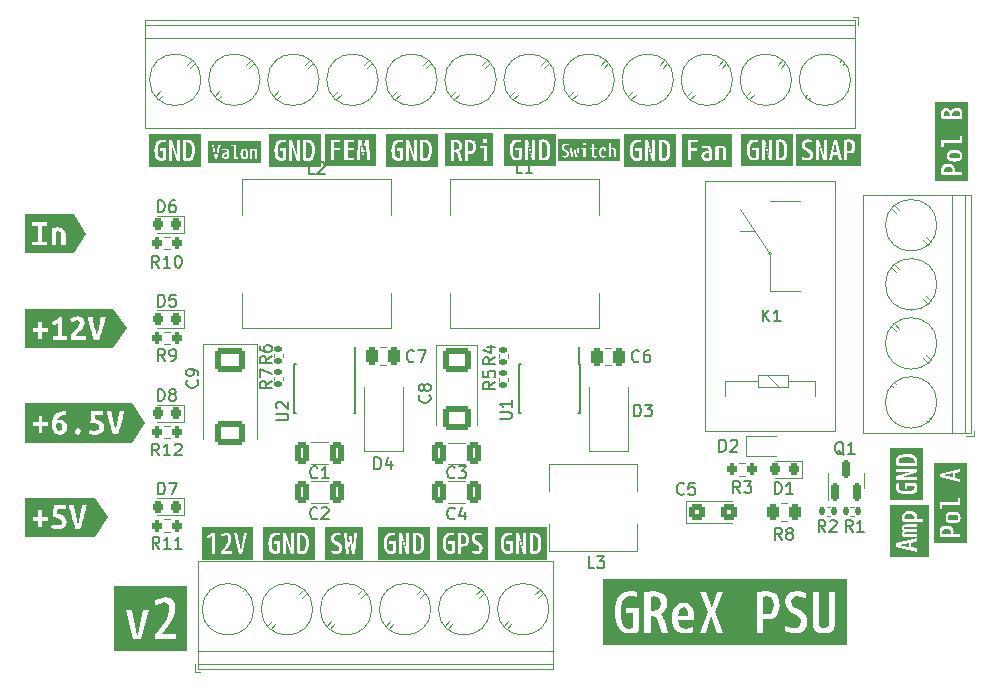
<source format=gto>
G04 #@! TF.GenerationSoftware,KiCad,Pcbnew,7.0.1*
G04 #@! TF.CreationDate,2023-12-04T13:47:49-08:00*
G04 #@! TF.ProjectId,GReX_Power,47526558-5f50-46f7-9765-722e6b696361,2*
G04 #@! TF.SameCoordinates,Original*
G04 #@! TF.FileFunction,Legend,Top*
G04 #@! TF.FilePolarity,Positive*
%FSLAX46Y46*%
G04 Gerber Fmt 4.6, Leading zero omitted, Abs format (unit mm)*
G04 Created by KiCad (PCBNEW 7.0.1) date 2023-12-04 13:47:49*
%MOMM*%
%LPD*%
G01*
G04 APERTURE LIST*
G04 Aperture macros list*
%AMRoundRect*
0 Rectangle with rounded corners*
0 $1 Rounding radius*
0 $2 $3 $4 $5 $6 $7 $8 $9 X,Y pos of 4 corners*
0 Add a 4 corners polygon primitive as box body*
4,1,4,$2,$3,$4,$5,$6,$7,$8,$9,$2,$3,0*
0 Add four circle primitives for the rounded corners*
1,1,$1+$1,$2,$3*
1,1,$1+$1,$4,$5*
1,1,$1+$1,$6,$7*
1,1,$1+$1,$8,$9*
0 Add four rect primitives between the rounded corners*
20,1,$1+$1,$2,$3,$4,$5,0*
20,1,$1+$1,$4,$5,$6,$7,0*
20,1,$1+$1,$6,$7,$8,$9,0*
20,1,$1+$1,$8,$9,$2,$3,0*%
G04 Aperture macros list end*
%ADD10C,0.150000*%
%ADD11C,0.120000*%
%ADD12RoundRect,0.250000X0.325000X0.650000X-0.325000X0.650000X-0.325000X-0.650000X0.325000X-0.650000X0*%
%ADD13R,2.600000X2.600000*%
%ADD14C,2.600000*%
%ADD15R,0.600000X0.450000*%
%ADD16RoundRect,0.150000X0.150000X-0.587500X0.150000X0.587500X-0.150000X0.587500X-0.150000X-0.587500X0*%
%ADD17RoundRect,0.135000X0.135000X0.185000X-0.135000X0.185000X-0.135000X-0.185000X0.135000X-0.185000X0*%
%ADD18RoundRect,0.218750X0.218750X0.256250X-0.218750X0.256250X-0.218750X-0.256250X0.218750X-0.256250X0*%
%ADD19C,3.600000*%
%ADD20C,6.400000*%
%ADD21RoundRect,0.135000X-0.185000X0.135000X-0.185000X-0.135000X0.185000X-0.135000X0.185000X0.135000X0*%
%ADD22RoundRect,0.250000X-0.450000X-0.425000X0.450000X-0.425000X0.450000X0.425000X-0.450000X0.425000X0*%
%ADD23R,2.900000X5.400000*%
%ADD24R,0.600000X1.550000*%
%ADD25R,3.100000X2.600000*%
%ADD26RoundRect,0.200000X0.200000X0.275000X-0.200000X0.275000X-0.200000X-0.275000X0.200000X-0.275000X0*%
%ADD27R,1.500000X2.200000*%
%ADD28RoundRect,0.200000X-0.200000X-0.275000X0.200000X-0.275000X0.200000X0.275000X-0.200000X0.275000X0*%
%ADD29RoundRect,0.250000X-0.262500X-0.450000X0.262500X-0.450000X0.262500X0.450000X-0.262500X0.450000X0*%
%ADD30R,1.800000X2.500000*%
%ADD31R,2.300000X2.300000*%
%ADD32C,2.300000*%
%ADD33RoundRect,0.250000X-0.250000X-0.475000X0.250000X-0.475000X0.250000X0.475000X-0.250000X0.475000X0*%
%ADD34RoundRect,0.250000X-1.025000X0.787500X-1.025000X-0.787500X1.025000X-0.787500X1.025000X0.787500X0*%
%ADD35RoundRect,0.135000X-0.135000X-0.185000X0.135000X-0.185000X0.135000X0.185000X-0.135000X0.185000X0*%
%ADD36RoundRect,0.250000X-0.925000X0.787500X-0.925000X-0.787500X0.925000X-0.787500X0.925000X0.787500X0*%
G04 APERTURE END LIST*
D10*
X152258333Y-109902380D02*
X152210714Y-109950000D01*
X152210714Y-109950000D02*
X152067857Y-109997619D01*
X152067857Y-109997619D02*
X151972619Y-109997619D01*
X151972619Y-109997619D02*
X151829762Y-109950000D01*
X151829762Y-109950000D02*
X151734524Y-109854761D01*
X151734524Y-109854761D02*
X151686905Y-109759523D01*
X151686905Y-109759523D02*
X151639286Y-109569047D01*
X151639286Y-109569047D02*
X151639286Y-109426190D01*
X151639286Y-109426190D02*
X151686905Y-109235714D01*
X151686905Y-109235714D02*
X151734524Y-109140476D01*
X151734524Y-109140476D02*
X151829762Y-109045238D01*
X151829762Y-109045238D02*
X151972619Y-108997619D01*
X151972619Y-108997619D02*
X152067857Y-108997619D01*
X152067857Y-108997619D02*
X152210714Y-109045238D01*
X152210714Y-109045238D02*
X152258333Y-109092857D01*
X153210714Y-109997619D02*
X152639286Y-109997619D01*
X152925000Y-109997619D02*
X152925000Y-108997619D01*
X152925000Y-108997619D02*
X152829762Y-109140476D01*
X152829762Y-109140476D02*
X152734524Y-109235714D01*
X152734524Y-109235714D02*
X152639286Y-109283333D01*
X163890333Y-113394880D02*
X163842714Y-113442500D01*
X163842714Y-113442500D02*
X163699857Y-113490119D01*
X163699857Y-113490119D02*
X163604619Y-113490119D01*
X163604619Y-113490119D02*
X163461762Y-113442500D01*
X163461762Y-113442500D02*
X163366524Y-113347261D01*
X163366524Y-113347261D02*
X163318905Y-113252023D01*
X163318905Y-113252023D02*
X163271286Y-113061547D01*
X163271286Y-113061547D02*
X163271286Y-112918690D01*
X163271286Y-112918690D02*
X163318905Y-112728214D01*
X163318905Y-112728214D02*
X163366524Y-112632976D01*
X163366524Y-112632976D02*
X163461762Y-112537738D01*
X163461762Y-112537738D02*
X163604619Y-112490119D01*
X163604619Y-112490119D02*
X163699857Y-112490119D01*
X163699857Y-112490119D02*
X163842714Y-112537738D01*
X163842714Y-112537738D02*
X163890333Y-112585357D01*
X164747476Y-112823452D02*
X164747476Y-113490119D01*
X164509381Y-112442500D02*
X164271286Y-113156785D01*
X164271286Y-113156785D02*
X164890333Y-113156785D01*
X186303905Y-107736619D02*
X186303905Y-106736619D01*
X186303905Y-106736619D02*
X186542000Y-106736619D01*
X186542000Y-106736619D02*
X186684857Y-106784238D01*
X186684857Y-106784238D02*
X186780095Y-106879476D01*
X186780095Y-106879476D02*
X186827714Y-106974714D01*
X186827714Y-106974714D02*
X186875333Y-107165190D01*
X186875333Y-107165190D02*
X186875333Y-107308047D01*
X186875333Y-107308047D02*
X186827714Y-107498523D01*
X186827714Y-107498523D02*
X186780095Y-107593761D01*
X186780095Y-107593761D02*
X186684857Y-107689000D01*
X186684857Y-107689000D02*
X186542000Y-107736619D01*
X186542000Y-107736619D02*
X186303905Y-107736619D01*
X187256286Y-106831857D02*
X187303905Y-106784238D01*
X187303905Y-106784238D02*
X187399143Y-106736619D01*
X187399143Y-106736619D02*
X187637238Y-106736619D01*
X187637238Y-106736619D02*
X187732476Y-106784238D01*
X187732476Y-106784238D02*
X187780095Y-106831857D01*
X187780095Y-106831857D02*
X187827714Y-106927095D01*
X187827714Y-106927095D02*
X187827714Y-107022333D01*
X187827714Y-107022333D02*
X187780095Y-107165190D01*
X187780095Y-107165190D02*
X187208667Y-107736619D01*
X187208667Y-107736619D02*
X187827714Y-107736619D01*
X196846761Y-108031857D02*
X196751523Y-107984238D01*
X196751523Y-107984238D02*
X196656285Y-107889000D01*
X196656285Y-107889000D02*
X196513428Y-107746142D01*
X196513428Y-107746142D02*
X196418190Y-107698523D01*
X196418190Y-107698523D02*
X196322952Y-107698523D01*
X196370571Y-107936619D02*
X196275333Y-107889000D01*
X196275333Y-107889000D02*
X196180095Y-107793761D01*
X196180095Y-107793761D02*
X196132476Y-107603285D01*
X196132476Y-107603285D02*
X196132476Y-107269952D01*
X196132476Y-107269952D02*
X196180095Y-107079476D01*
X196180095Y-107079476D02*
X196275333Y-106984238D01*
X196275333Y-106984238D02*
X196370571Y-106936619D01*
X196370571Y-106936619D02*
X196561047Y-106936619D01*
X196561047Y-106936619D02*
X196656285Y-106984238D01*
X196656285Y-106984238D02*
X196751523Y-107079476D01*
X196751523Y-107079476D02*
X196799142Y-107269952D01*
X196799142Y-107269952D02*
X196799142Y-107603285D01*
X196799142Y-107603285D02*
X196751523Y-107793761D01*
X196751523Y-107793761D02*
X196656285Y-107889000D01*
X196656285Y-107889000D02*
X196561047Y-107936619D01*
X196561047Y-107936619D02*
X196370571Y-107936619D01*
X197751523Y-107936619D02*
X197180095Y-107936619D01*
X197465809Y-107936619D02*
X197465809Y-106936619D01*
X197465809Y-106936619D02*
X197370571Y-107079476D01*
X197370571Y-107079476D02*
X197275333Y-107174714D01*
X197275333Y-107174714D02*
X197180095Y-107222333D01*
X197575333Y-114536619D02*
X197242000Y-114060428D01*
X197003905Y-114536619D02*
X197003905Y-113536619D01*
X197003905Y-113536619D02*
X197384857Y-113536619D01*
X197384857Y-113536619D02*
X197480095Y-113584238D01*
X197480095Y-113584238D02*
X197527714Y-113631857D01*
X197527714Y-113631857D02*
X197575333Y-113727095D01*
X197575333Y-113727095D02*
X197575333Y-113869952D01*
X197575333Y-113869952D02*
X197527714Y-113965190D01*
X197527714Y-113965190D02*
X197480095Y-114012809D01*
X197480095Y-114012809D02*
X197384857Y-114060428D01*
X197384857Y-114060428D02*
X197003905Y-114060428D01*
X198527714Y-114536619D02*
X197956286Y-114536619D01*
X198242000Y-114536619D02*
X198242000Y-113536619D01*
X198242000Y-113536619D02*
X198146762Y-113679476D01*
X198146762Y-113679476D02*
X198051524Y-113774714D01*
X198051524Y-113774714D02*
X197956286Y-113822333D01*
X138761905Y-103462619D02*
X138761905Y-102462619D01*
X138761905Y-102462619D02*
X139000000Y-102462619D01*
X139000000Y-102462619D02*
X139142857Y-102510238D01*
X139142857Y-102510238D02*
X139238095Y-102605476D01*
X139238095Y-102605476D02*
X139285714Y-102700714D01*
X139285714Y-102700714D02*
X139333333Y-102891190D01*
X139333333Y-102891190D02*
X139333333Y-103034047D01*
X139333333Y-103034047D02*
X139285714Y-103224523D01*
X139285714Y-103224523D02*
X139238095Y-103319761D01*
X139238095Y-103319761D02*
X139142857Y-103415000D01*
X139142857Y-103415000D02*
X139000000Y-103462619D01*
X139000000Y-103462619D02*
X138761905Y-103462619D01*
X139904762Y-102891190D02*
X139809524Y-102843571D01*
X139809524Y-102843571D02*
X139761905Y-102795952D01*
X139761905Y-102795952D02*
X139714286Y-102700714D01*
X139714286Y-102700714D02*
X139714286Y-102653095D01*
X139714286Y-102653095D02*
X139761905Y-102557857D01*
X139761905Y-102557857D02*
X139809524Y-102510238D01*
X139809524Y-102510238D02*
X139904762Y-102462619D01*
X139904762Y-102462619D02*
X140095238Y-102462619D01*
X140095238Y-102462619D02*
X140190476Y-102510238D01*
X140190476Y-102510238D02*
X140238095Y-102557857D01*
X140238095Y-102557857D02*
X140285714Y-102653095D01*
X140285714Y-102653095D02*
X140285714Y-102700714D01*
X140285714Y-102700714D02*
X140238095Y-102795952D01*
X140238095Y-102795952D02*
X140190476Y-102843571D01*
X140190476Y-102843571D02*
X140095238Y-102891190D01*
X140095238Y-102891190D02*
X139904762Y-102891190D01*
X139904762Y-102891190D02*
X139809524Y-102938809D01*
X139809524Y-102938809D02*
X139761905Y-102986428D01*
X139761905Y-102986428D02*
X139714286Y-103081666D01*
X139714286Y-103081666D02*
X139714286Y-103272142D01*
X139714286Y-103272142D02*
X139761905Y-103367380D01*
X139761905Y-103367380D02*
X139809524Y-103415000D01*
X139809524Y-103415000D02*
X139904762Y-103462619D01*
X139904762Y-103462619D02*
X140095238Y-103462619D01*
X140095238Y-103462619D02*
X140190476Y-103415000D01*
X140190476Y-103415000D02*
X140238095Y-103367380D01*
X140238095Y-103367380D02*
X140285714Y-103272142D01*
X140285714Y-103272142D02*
X140285714Y-103081666D01*
X140285714Y-103081666D02*
X140238095Y-102986428D01*
X140238095Y-102986428D02*
X140190476Y-102938809D01*
X140190476Y-102938809D02*
X140095238Y-102891190D01*
X138761905Y-87462619D02*
X138761905Y-86462619D01*
X138761905Y-86462619D02*
X139000000Y-86462619D01*
X139000000Y-86462619D02*
X139142857Y-86510238D01*
X139142857Y-86510238D02*
X139238095Y-86605476D01*
X139238095Y-86605476D02*
X139285714Y-86700714D01*
X139285714Y-86700714D02*
X139333333Y-86891190D01*
X139333333Y-86891190D02*
X139333333Y-87034047D01*
X139333333Y-87034047D02*
X139285714Y-87224523D01*
X139285714Y-87224523D02*
X139238095Y-87319761D01*
X139238095Y-87319761D02*
X139142857Y-87415000D01*
X139142857Y-87415000D02*
X139000000Y-87462619D01*
X139000000Y-87462619D02*
X138761905Y-87462619D01*
X140190476Y-86462619D02*
X140000000Y-86462619D01*
X140000000Y-86462619D02*
X139904762Y-86510238D01*
X139904762Y-86510238D02*
X139857143Y-86557857D01*
X139857143Y-86557857D02*
X139761905Y-86700714D01*
X139761905Y-86700714D02*
X139714286Y-86891190D01*
X139714286Y-86891190D02*
X139714286Y-87272142D01*
X139714286Y-87272142D02*
X139761905Y-87367380D01*
X139761905Y-87367380D02*
X139809524Y-87415000D01*
X139809524Y-87415000D02*
X139904762Y-87462619D01*
X139904762Y-87462619D02*
X140095238Y-87462619D01*
X140095238Y-87462619D02*
X140190476Y-87415000D01*
X140190476Y-87415000D02*
X140238095Y-87367380D01*
X140238095Y-87367380D02*
X140285714Y-87272142D01*
X140285714Y-87272142D02*
X140285714Y-87034047D01*
X140285714Y-87034047D02*
X140238095Y-86938809D01*
X140238095Y-86938809D02*
X140190476Y-86891190D01*
X140190476Y-86891190D02*
X140095238Y-86843571D01*
X140095238Y-86843571D02*
X139904762Y-86843571D01*
X139904762Y-86843571D02*
X139809524Y-86891190D01*
X139809524Y-86891190D02*
X139761905Y-86938809D01*
X139761905Y-86938809D02*
X139714286Y-87034047D01*
X167313619Y-99758166D02*
X166837428Y-100091499D01*
X167313619Y-100329594D02*
X166313619Y-100329594D01*
X166313619Y-100329594D02*
X166313619Y-99948642D01*
X166313619Y-99948642D02*
X166361238Y-99853404D01*
X166361238Y-99853404D02*
X166408857Y-99805785D01*
X166408857Y-99805785D02*
X166504095Y-99758166D01*
X166504095Y-99758166D02*
X166646952Y-99758166D01*
X166646952Y-99758166D02*
X166742190Y-99805785D01*
X166742190Y-99805785D02*
X166789809Y-99853404D01*
X166789809Y-99853404D02*
X166837428Y-99948642D01*
X166837428Y-99948642D02*
X166837428Y-100329594D01*
X166646952Y-98901023D02*
X167313619Y-98901023D01*
X166266000Y-99139118D02*
X166980285Y-99377213D01*
X166980285Y-99377213D02*
X166980285Y-98758166D01*
X183305333Y-111299380D02*
X183257714Y-111347000D01*
X183257714Y-111347000D02*
X183114857Y-111394619D01*
X183114857Y-111394619D02*
X183019619Y-111394619D01*
X183019619Y-111394619D02*
X182876762Y-111347000D01*
X182876762Y-111347000D02*
X182781524Y-111251761D01*
X182781524Y-111251761D02*
X182733905Y-111156523D01*
X182733905Y-111156523D02*
X182686286Y-110966047D01*
X182686286Y-110966047D02*
X182686286Y-110823190D01*
X182686286Y-110823190D02*
X182733905Y-110632714D01*
X182733905Y-110632714D02*
X182781524Y-110537476D01*
X182781524Y-110537476D02*
X182876762Y-110442238D01*
X182876762Y-110442238D02*
X183019619Y-110394619D01*
X183019619Y-110394619D02*
X183114857Y-110394619D01*
X183114857Y-110394619D02*
X183257714Y-110442238D01*
X183257714Y-110442238D02*
X183305333Y-110489857D01*
X184210095Y-110394619D02*
X183733905Y-110394619D01*
X183733905Y-110394619D02*
X183686286Y-110870809D01*
X183686286Y-110870809D02*
X183733905Y-110823190D01*
X183733905Y-110823190D02*
X183829143Y-110775571D01*
X183829143Y-110775571D02*
X184067238Y-110775571D01*
X184067238Y-110775571D02*
X184162476Y-110823190D01*
X184162476Y-110823190D02*
X184210095Y-110870809D01*
X184210095Y-110870809D02*
X184257714Y-110966047D01*
X184257714Y-110966047D02*
X184257714Y-111204142D01*
X184257714Y-111204142D02*
X184210095Y-111299380D01*
X184210095Y-111299380D02*
X184162476Y-111347000D01*
X184162476Y-111347000D02*
X184067238Y-111394619D01*
X184067238Y-111394619D02*
X183829143Y-111394619D01*
X183829143Y-111394619D02*
X183733905Y-111347000D01*
X183733905Y-111347000D02*
X183686286Y-111299380D01*
X152033333Y-84255619D02*
X151557143Y-84255619D01*
X151557143Y-84255619D02*
X151557143Y-83255619D01*
X152319048Y-83350857D02*
X152366667Y-83303238D01*
X152366667Y-83303238D02*
X152461905Y-83255619D01*
X152461905Y-83255619D02*
X152700000Y-83255619D01*
X152700000Y-83255619D02*
X152795238Y-83303238D01*
X152795238Y-83303238D02*
X152842857Y-83350857D01*
X152842857Y-83350857D02*
X152890476Y-83446095D01*
X152890476Y-83446095D02*
X152890476Y-83541333D01*
X152890476Y-83541333D02*
X152842857Y-83684190D01*
X152842857Y-83684190D02*
X152271429Y-84255619D01*
X152271429Y-84255619D02*
X152890476Y-84255619D01*
X163890333Y-109902380D02*
X163842714Y-109950000D01*
X163842714Y-109950000D02*
X163699857Y-109997619D01*
X163699857Y-109997619D02*
X163604619Y-109997619D01*
X163604619Y-109997619D02*
X163461762Y-109950000D01*
X163461762Y-109950000D02*
X163366524Y-109854761D01*
X163366524Y-109854761D02*
X163318905Y-109759523D01*
X163318905Y-109759523D02*
X163271286Y-109569047D01*
X163271286Y-109569047D02*
X163271286Y-109426190D01*
X163271286Y-109426190D02*
X163318905Y-109235714D01*
X163318905Y-109235714D02*
X163366524Y-109140476D01*
X163366524Y-109140476D02*
X163461762Y-109045238D01*
X163461762Y-109045238D02*
X163604619Y-108997619D01*
X163604619Y-108997619D02*
X163699857Y-108997619D01*
X163699857Y-108997619D02*
X163842714Y-109045238D01*
X163842714Y-109045238D02*
X163890333Y-109092857D01*
X164223667Y-108997619D02*
X164842714Y-108997619D01*
X164842714Y-108997619D02*
X164509381Y-109378571D01*
X164509381Y-109378571D02*
X164652238Y-109378571D01*
X164652238Y-109378571D02*
X164747476Y-109426190D01*
X164747476Y-109426190D02*
X164795095Y-109473809D01*
X164795095Y-109473809D02*
X164842714Y-109569047D01*
X164842714Y-109569047D02*
X164842714Y-109807142D01*
X164842714Y-109807142D02*
X164795095Y-109902380D01*
X164795095Y-109902380D02*
X164747476Y-109950000D01*
X164747476Y-109950000D02*
X164652238Y-109997619D01*
X164652238Y-109997619D02*
X164366524Y-109997619D01*
X164366524Y-109997619D02*
X164271286Y-109950000D01*
X164271286Y-109950000D02*
X164223667Y-109902380D01*
X167710619Y-104962904D02*
X168520142Y-104962904D01*
X168520142Y-104962904D02*
X168615380Y-104915285D01*
X168615380Y-104915285D02*
X168663000Y-104867666D01*
X168663000Y-104867666D02*
X168710619Y-104772428D01*
X168710619Y-104772428D02*
X168710619Y-104581952D01*
X168710619Y-104581952D02*
X168663000Y-104486714D01*
X168663000Y-104486714D02*
X168615380Y-104439095D01*
X168615380Y-104439095D02*
X168520142Y-104391476D01*
X168520142Y-104391476D02*
X167710619Y-104391476D01*
X168710619Y-103391476D02*
X168710619Y-103962904D01*
X168710619Y-103677190D02*
X167710619Y-103677190D01*
X167710619Y-103677190D02*
X167853476Y-103772428D01*
X167853476Y-103772428D02*
X167948714Y-103867666D01*
X167948714Y-103867666D02*
X167996333Y-103962904D01*
X138882142Y-115962619D02*
X138548809Y-115486428D01*
X138310714Y-115962619D02*
X138310714Y-114962619D01*
X138310714Y-114962619D02*
X138691666Y-114962619D01*
X138691666Y-114962619D02*
X138786904Y-115010238D01*
X138786904Y-115010238D02*
X138834523Y-115057857D01*
X138834523Y-115057857D02*
X138882142Y-115153095D01*
X138882142Y-115153095D02*
X138882142Y-115295952D01*
X138882142Y-115295952D02*
X138834523Y-115391190D01*
X138834523Y-115391190D02*
X138786904Y-115438809D01*
X138786904Y-115438809D02*
X138691666Y-115486428D01*
X138691666Y-115486428D02*
X138310714Y-115486428D01*
X139834523Y-115962619D02*
X139263095Y-115962619D01*
X139548809Y-115962619D02*
X139548809Y-114962619D01*
X139548809Y-114962619D02*
X139453571Y-115105476D01*
X139453571Y-115105476D02*
X139358333Y-115200714D01*
X139358333Y-115200714D02*
X139263095Y-115248333D01*
X140786904Y-115962619D02*
X140215476Y-115962619D01*
X140501190Y-115962619D02*
X140501190Y-114962619D01*
X140501190Y-114962619D02*
X140405952Y-115105476D01*
X140405952Y-115105476D02*
X140310714Y-115200714D01*
X140310714Y-115200714D02*
X140215476Y-115248333D01*
X138857142Y-92162619D02*
X138523809Y-91686428D01*
X138285714Y-92162619D02*
X138285714Y-91162619D01*
X138285714Y-91162619D02*
X138666666Y-91162619D01*
X138666666Y-91162619D02*
X138761904Y-91210238D01*
X138761904Y-91210238D02*
X138809523Y-91257857D01*
X138809523Y-91257857D02*
X138857142Y-91353095D01*
X138857142Y-91353095D02*
X138857142Y-91495952D01*
X138857142Y-91495952D02*
X138809523Y-91591190D01*
X138809523Y-91591190D02*
X138761904Y-91638809D01*
X138761904Y-91638809D02*
X138666666Y-91686428D01*
X138666666Y-91686428D02*
X138285714Y-91686428D01*
X139809523Y-92162619D02*
X139238095Y-92162619D01*
X139523809Y-92162619D02*
X139523809Y-91162619D01*
X139523809Y-91162619D02*
X139428571Y-91305476D01*
X139428571Y-91305476D02*
X139333333Y-91400714D01*
X139333333Y-91400714D02*
X139238095Y-91448333D01*
X140428571Y-91162619D02*
X140523809Y-91162619D01*
X140523809Y-91162619D02*
X140619047Y-91210238D01*
X140619047Y-91210238D02*
X140666666Y-91257857D01*
X140666666Y-91257857D02*
X140714285Y-91353095D01*
X140714285Y-91353095D02*
X140761904Y-91543571D01*
X140761904Y-91543571D02*
X140761904Y-91781666D01*
X140761904Y-91781666D02*
X140714285Y-91972142D01*
X140714285Y-91972142D02*
X140666666Y-92067380D01*
X140666666Y-92067380D02*
X140619047Y-92115000D01*
X140619047Y-92115000D02*
X140523809Y-92162619D01*
X140523809Y-92162619D02*
X140428571Y-92162619D01*
X140428571Y-92162619D02*
X140333333Y-92115000D01*
X140333333Y-92115000D02*
X140285714Y-92067380D01*
X140285714Y-92067380D02*
X140238095Y-91972142D01*
X140238095Y-91972142D02*
X140190476Y-91781666D01*
X140190476Y-91781666D02*
X140190476Y-91543571D01*
X140190476Y-91543571D02*
X140238095Y-91353095D01*
X140238095Y-91353095D02*
X140285714Y-91257857D01*
X140285714Y-91257857D02*
X140333333Y-91210238D01*
X140333333Y-91210238D02*
X140428571Y-91162619D01*
X175701333Y-117617619D02*
X175225143Y-117617619D01*
X175225143Y-117617619D02*
X175225143Y-116617619D01*
X175939429Y-116617619D02*
X176558476Y-116617619D01*
X176558476Y-116617619D02*
X176225143Y-116998571D01*
X176225143Y-116998571D02*
X176368000Y-116998571D01*
X176368000Y-116998571D02*
X176463238Y-117046190D01*
X176463238Y-117046190D02*
X176510857Y-117093809D01*
X176510857Y-117093809D02*
X176558476Y-117189047D01*
X176558476Y-117189047D02*
X176558476Y-117427142D01*
X176558476Y-117427142D02*
X176510857Y-117522380D01*
X176510857Y-117522380D02*
X176463238Y-117570000D01*
X176463238Y-117570000D02*
X176368000Y-117617619D01*
X176368000Y-117617619D02*
X176082286Y-117617619D01*
X176082286Y-117617619D02*
X175987048Y-117570000D01*
X175987048Y-117570000D02*
X175939429Y-117522380D01*
X139358333Y-100062619D02*
X139025000Y-99586428D01*
X138786905Y-100062619D02*
X138786905Y-99062619D01*
X138786905Y-99062619D02*
X139167857Y-99062619D01*
X139167857Y-99062619D02*
X139263095Y-99110238D01*
X139263095Y-99110238D02*
X139310714Y-99157857D01*
X139310714Y-99157857D02*
X139358333Y-99253095D01*
X139358333Y-99253095D02*
X139358333Y-99395952D01*
X139358333Y-99395952D02*
X139310714Y-99491190D01*
X139310714Y-99491190D02*
X139263095Y-99538809D01*
X139263095Y-99538809D02*
X139167857Y-99586428D01*
X139167857Y-99586428D02*
X138786905Y-99586428D01*
X139834524Y-100062619D02*
X140025000Y-100062619D01*
X140025000Y-100062619D02*
X140120238Y-100015000D01*
X140120238Y-100015000D02*
X140167857Y-99967380D01*
X140167857Y-99967380D02*
X140263095Y-99824523D01*
X140263095Y-99824523D02*
X140310714Y-99634047D01*
X140310714Y-99634047D02*
X140310714Y-99253095D01*
X140310714Y-99253095D02*
X140263095Y-99157857D01*
X140263095Y-99157857D02*
X140215476Y-99110238D01*
X140215476Y-99110238D02*
X140120238Y-99062619D01*
X140120238Y-99062619D02*
X139929762Y-99062619D01*
X139929762Y-99062619D02*
X139834524Y-99110238D01*
X139834524Y-99110238D02*
X139786905Y-99157857D01*
X139786905Y-99157857D02*
X139739286Y-99253095D01*
X139739286Y-99253095D02*
X139739286Y-99491190D01*
X139739286Y-99491190D02*
X139786905Y-99586428D01*
X139786905Y-99586428D02*
X139834524Y-99634047D01*
X139834524Y-99634047D02*
X139929762Y-99681666D01*
X139929762Y-99681666D02*
X140120238Y-99681666D01*
X140120238Y-99681666D02*
X140215476Y-99634047D01*
X140215476Y-99634047D02*
X140263095Y-99586428D01*
X140263095Y-99586428D02*
X140310714Y-99491190D01*
X148787619Y-105089904D02*
X149597142Y-105089904D01*
X149597142Y-105089904D02*
X149692380Y-105042285D01*
X149692380Y-105042285D02*
X149740000Y-104994666D01*
X149740000Y-104994666D02*
X149787619Y-104899428D01*
X149787619Y-104899428D02*
X149787619Y-104708952D01*
X149787619Y-104708952D02*
X149740000Y-104613714D01*
X149740000Y-104613714D02*
X149692380Y-104566095D01*
X149692380Y-104566095D02*
X149597142Y-104518476D01*
X149597142Y-104518476D02*
X148787619Y-104518476D01*
X148882857Y-104089904D02*
X148835238Y-104042285D01*
X148835238Y-104042285D02*
X148787619Y-103947047D01*
X148787619Y-103947047D02*
X148787619Y-103708952D01*
X148787619Y-103708952D02*
X148835238Y-103613714D01*
X148835238Y-103613714D02*
X148882857Y-103566095D01*
X148882857Y-103566095D02*
X148978095Y-103518476D01*
X148978095Y-103518476D02*
X149073333Y-103518476D01*
X149073333Y-103518476D02*
X149216190Y-103566095D01*
X149216190Y-103566095D02*
X149787619Y-104137523D01*
X149787619Y-104137523D02*
X149787619Y-103518476D01*
X188067833Y-111236619D02*
X187734500Y-110760428D01*
X187496405Y-111236619D02*
X187496405Y-110236619D01*
X187496405Y-110236619D02*
X187877357Y-110236619D01*
X187877357Y-110236619D02*
X187972595Y-110284238D01*
X187972595Y-110284238D02*
X188020214Y-110331857D01*
X188020214Y-110331857D02*
X188067833Y-110427095D01*
X188067833Y-110427095D02*
X188067833Y-110569952D01*
X188067833Y-110569952D02*
X188020214Y-110665190D01*
X188020214Y-110665190D02*
X187972595Y-110712809D01*
X187972595Y-110712809D02*
X187877357Y-110760428D01*
X187877357Y-110760428D02*
X187496405Y-110760428D01*
X188401167Y-110236619D02*
X189020214Y-110236619D01*
X189020214Y-110236619D02*
X188686881Y-110617571D01*
X188686881Y-110617571D02*
X188829738Y-110617571D01*
X188829738Y-110617571D02*
X188924976Y-110665190D01*
X188924976Y-110665190D02*
X188972595Y-110712809D01*
X188972595Y-110712809D02*
X189020214Y-110808047D01*
X189020214Y-110808047D02*
X189020214Y-111046142D01*
X189020214Y-111046142D02*
X188972595Y-111141380D01*
X188972595Y-111141380D02*
X188924976Y-111189000D01*
X188924976Y-111189000D02*
X188829738Y-111236619D01*
X188829738Y-111236619D02*
X188544024Y-111236619D01*
X188544024Y-111236619D02*
X188448786Y-111189000D01*
X188448786Y-111189000D02*
X188401167Y-111141380D01*
X167313619Y-101827666D02*
X166837428Y-102160999D01*
X167313619Y-102399094D02*
X166313619Y-102399094D01*
X166313619Y-102399094D02*
X166313619Y-102018142D01*
X166313619Y-102018142D02*
X166361238Y-101922904D01*
X166361238Y-101922904D02*
X166408857Y-101875285D01*
X166408857Y-101875285D02*
X166504095Y-101827666D01*
X166504095Y-101827666D02*
X166646952Y-101827666D01*
X166646952Y-101827666D02*
X166742190Y-101875285D01*
X166742190Y-101875285D02*
X166789809Y-101922904D01*
X166789809Y-101922904D02*
X166837428Y-102018142D01*
X166837428Y-102018142D02*
X166837428Y-102399094D01*
X166313619Y-100922904D02*
X166313619Y-101399094D01*
X166313619Y-101399094D02*
X166789809Y-101446713D01*
X166789809Y-101446713D02*
X166742190Y-101399094D01*
X166742190Y-101399094D02*
X166694571Y-101303856D01*
X166694571Y-101303856D02*
X166694571Y-101065761D01*
X166694571Y-101065761D02*
X166742190Y-100970523D01*
X166742190Y-100970523D02*
X166789809Y-100922904D01*
X166789809Y-100922904D02*
X166885047Y-100875285D01*
X166885047Y-100875285D02*
X167123142Y-100875285D01*
X167123142Y-100875285D02*
X167218380Y-100922904D01*
X167218380Y-100922904D02*
X167266000Y-100970523D01*
X167266000Y-100970523D02*
X167313619Y-101065761D01*
X167313619Y-101065761D02*
X167313619Y-101303856D01*
X167313619Y-101303856D02*
X167266000Y-101399094D01*
X167266000Y-101399094D02*
X167218380Y-101446713D01*
X152258333Y-113367380D02*
X152210714Y-113415000D01*
X152210714Y-113415000D02*
X152067857Y-113462619D01*
X152067857Y-113462619D02*
X151972619Y-113462619D01*
X151972619Y-113462619D02*
X151829762Y-113415000D01*
X151829762Y-113415000D02*
X151734524Y-113319761D01*
X151734524Y-113319761D02*
X151686905Y-113224523D01*
X151686905Y-113224523D02*
X151639286Y-113034047D01*
X151639286Y-113034047D02*
X151639286Y-112891190D01*
X151639286Y-112891190D02*
X151686905Y-112700714D01*
X151686905Y-112700714D02*
X151734524Y-112605476D01*
X151734524Y-112605476D02*
X151829762Y-112510238D01*
X151829762Y-112510238D02*
X151972619Y-112462619D01*
X151972619Y-112462619D02*
X152067857Y-112462619D01*
X152067857Y-112462619D02*
X152210714Y-112510238D01*
X152210714Y-112510238D02*
X152258333Y-112557857D01*
X152639286Y-112557857D02*
X152686905Y-112510238D01*
X152686905Y-112510238D02*
X152782143Y-112462619D01*
X152782143Y-112462619D02*
X153020238Y-112462619D01*
X153020238Y-112462619D02*
X153115476Y-112510238D01*
X153115476Y-112510238D02*
X153163095Y-112557857D01*
X153163095Y-112557857D02*
X153210714Y-112653095D01*
X153210714Y-112653095D02*
X153210714Y-112748333D01*
X153210714Y-112748333D02*
X153163095Y-112891190D01*
X153163095Y-112891190D02*
X152591667Y-113462619D01*
X152591667Y-113462619D02*
X153210714Y-113462619D01*
X138786905Y-111362619D02*
X138786905Y-110362619D01*
X138786905Y-110362619D02*
X139025000Y-110362619D01*
X139025000Y-110362619D02*
X139167857Y-110410238D01*
X139167857Y-110410238D02*
X139263095Y-110505476D01*
X139263095Y-110505476D02*
X139310714Y-110600714D01*
X139310714Y-110600714D02*
X139358333Y-110791190D01*
X139358333Y-110791190D02*
X139358333Y-110934047D01*
X139358333Y-110934047D02*
X139310714Y-111124523D01*
X139310714Y-111124523D02*
X139263095Y-111219761D01*
X139263095Y-111219761D02*
X139167857Y-111315000D01*
X139167857Y-111315000D02*
X139025000Y-111362619D01*
X139025000Y-111362619D02*
X138786905Y-111362619D01*
X139691667Y-110362619D02*
X140358333Y-110362619D01*
X140358333Y-110362619D02*
X139929762Y-111362619D01*
X191584333Y-115221619D02*
X191251000Y-114745428D01*
X191012905Y-115221619D02*
X191012905Y-114221619D01*
X191012905Y-114221619D02*
X191393857Y-114221619D01*
X191393857Y-114221619D02*
X191489095Y-114269238D01*
X191489095Y-114269238D02*
X191536714Y-114316857D01*
X191536714Y-114316857D02*
X191584333Y-114412095D01*
X191584333Y-114412095D02*
X191584333Y-114554952D01*
X191584333Y-114554952D02*
X191536714Y-114650190D01*
X191536714Y-114650190D02*
X191489095Y-114697809D01*
X191489095Y-114697809D02*
X191393857Y-114745428D01*
X191393857Y-114745428D02*
X191012905Y-114745428D01*
X192155762Y-114650190D02*
X192060524Y-114602571D01*
X192060524Y-114602571D02*
X192012905Y-114554952D01*
X192012905Y-114554952D02*
X191965286Y-114459714D01*
X191965286Y-114459714D02*
X191965286Y-114412095D01*
X191965286Y-114412095D02*
X192012905Y-114316857D01*
X192012905Y-114316857D02*
X192060524Y-114269238D01*
X192060524Y-114269238D02*
X192155762Y-114221619D01*
X192155762Y-114221619D02*
X192346238Y-114221619D01*
X192346238Y-114221619D02*
X192441476Y-114269238D01*
X192441476Y-114269238D02*
X192489095Y-114316857D01*
X192489095Y-114316857D02*
X192536714Y-114412095D01*
X192536714Y-114412095D02*
X192536714Y-114459714D01*
X192536714Y-114459714D02*
X192489095Y-114554952D01*
X192489095Y-114554952D02*
X192441476Y-114602571D01*
X192441476Y-114602571D02*
X192346238Y-114650190D01*
X192346238Y-114650190D02*
X192155762Y-114650190D01*
X192155762Y-114650190D02*
X192060524Y-114697809D01*
X192060524Y-114697809D02*
X192012905Y-114745428D01*
X192012905Y-114745428D02*
X191965286Y-114840666D01*
X191965286Y-114840666D02*
X191965286Y-115031142D01*
X191965286Y-115031142D02*
X192012905Y-115126380D01*
X192012905Y-115126380D02*
X192060524Y-115174000D01*
X192060524Y-115174000D02*
X192155762Y-115221619D01*
X192155762Y-115221619D02*
X192346238Y-115221619D01*
X192346238Y-115221619D02*
X192441476Y-115174000D01*
X192441476Y-115174000D02*
X192489095Y-115126380D01*
X192489095Y-115126380D02*
X192536714Y-115031142D01*
X192536714Y-115031142D02*
X192536714Y-114840666D01*
X192536714Y-114840666D02*
X192489095Y-114745428D01*
X192489095Y-114745428D02*
X192441476Y-114697809D01*
X192441476Y-114697809D02*
X192346238Y-114650190D01*
X148390619Y-99668666D02*
X147914428Y-100001999D01*
X148390619Y-100240094D02*
X147390619Y-100240094D01*
X147390619Y-100240094D02*
X147390619Y-99859142D01*
X147390619Y-99859142D02*
X147438238Y-99763904D01*
X147438238Y-99763904D02*
X147485857Y-99716285D01*
X147485857Y-99716285D02*
X147581095Y-99668666D01*
X147581095Y-99668666D02*
X147723952Y-99668666D01*
X147723952Y-99668666D02*
X147819190Y-99716285D01*
X147819190Y-99716285D02*
X147866809Y-99763904D01*
X147866809Y-99763904D02*
X147914428Y-99859142D01*
X147914428Y-99859142D02*
X147914428Y-100240094D01*
X147390619Y-98811523D02*
X147390619Y-99001999D01*
X147390619Y-99001999D02*
X147438238Y-99097237D01*
X147438238Y-99097237D02*
X147485857Y-99144856D01*
X147485857Y-99144856D02*
X147628714Y-99240094D01*
X147628714Y-99240094D02*
X147819190Y-99287713D01*
X147819190Y-99287713D02*
X148200142Y-99287713D01*
X148200142Y-99287713D02*
X148295380Y-99240094D01*
X148295380Y-99240094D02*
X148343000Y-99192475D01*
X148343000Y-99192475D02*
X148390619Y-99097237D01*
X148390619Y-99097237D02*
X148390619Y-98906761D01*
X148390619Y-98906761D02*
X148343000Y-98811523D01*
X148343000Y-98811523D02*
X148295380Y-98763904D01*
X148295380Y-98763904D02*
X148200142Y-98716285D01*
X148200142Y-98716285D02*
X147962047Y-98716285D01*
X147962047Y-98716285D02*
X147866809Y-98763904D01*
X147866809Y-98763904D02*
X147819190Y-98811523D01*
X147819190Y-98811523D02*
X147771571Y-98906761D01*
X147771571Y-98906761D02*
X147771571Y-99097237D01*
X147771571Y-99097237D02*
X147819190Y-99192475D01*
X147819190Y-99192475D02*
X147866809Y-99240094D01*
X147866809Y-99240094D02*
X147962047Y-99287713D01*
X157095905Y-109235619D02*
X157095905Y-108235619D01*
X157095905Y-108235619D02*
X157334000Y-108235619D01*
X157334000Y-108235619D02*
X157476857Y-108283238D01*
X157476857Y-108283238D02*
X157572095Y-108378476D01*
X157572095Y-108378476D02*
X157619714Y-108473714D01*
X157619714Y-108473714D02*
X157667333Y-108664190D01*
X157667333Y-108664190D02*
X157667333Y-108807047D01*
X157667333Y-108807047D02*
X157619714Y-108997523D01*
X157619714Y-108997523D02*
X157572095Y-109092761D01*
X157572095Y-109092761D02*
X157476857Y-109188000D01*
X157476857Y-109188000D02*
X157334000Y-109235619D01*
X157334000Y-109235619D02*
X157095905Y-109235619D01*
X158524476Y-108568952D02*
X158524476Y-109235619D01*
X158286381Y-108188000D02*
X158048286Y-108902285D01*
X158048286Y-108902285D02*
X158667333Y-108902285D01*
X189971905Y-96715619D02*
X189971905Y-95715619D01*
X190543333Y-96715619D02*
X190114762Y-96144190D01*
X190543333Y-95715619D02*
X189971905Y-96287047D01*
X191495714Y-96715619D02*
X190924286Y-96715619D01*
X191210000Y-96715619D02*
X191210000Y-95715619D01*
X191210000Y-95715619D02*
X191114762Y-95858476D01*
X191114762Y-95858476D02*
X191019524Y-95953714D01*
X191019524Y-95953714D02*
X190924286Y-96001333D01*
X179497333Y-100069880D02*
X179449714Y-100117500D01*
X179449714Y-100117500D02*
X179306857Y-100165119D01*
X179306857Y-100165119D02*
X179211619Y-100165119D01*
X179211619Y-100165119D02*
X179068762Y-100117500D01*
X179068762Y-100117500D02*
X178973524Y-100022261D01*
X178973524Y-100022261D02*
X178925905Y-99927023D01*
X178925905Y-99927023D02*
X178878286Y-99736547D01*
X178878286Y-99736547D02*
X178878286Y-99593690D01*
X178878286Y-99593690D02*
X178925905Y-99403214D01*
X178925905Y-99403214D02*
X178973524Y-99307976D01*
X178973524Y-99307976D02*
X179068762Y-99212738D01*
X179068762Y-99212738D02*
X179211619Y-99165119D01*
X179211619Y-99165119D02*
X179306857Y-99165119D01*
X179306857Y-99165119D02*
X179449714Y-99212738D01*
X179449714Y-99212738D02*
X179497333Y-99260357D01*
X180354476Y-99165119D02*
X180164000Y-99165119D01*
X180164000Y-99165119D02*
X180068762Y-99212738D01*
X180068762Y-99212738D02*
X180021143Y-99260357D01*
X180021143Y-99260357D02*
X179925905Y-99403214D01*
X179925905Y-99403214D02*
X179878286Y-99593690D01*
X179878286Y-99593690D02*
X179878286Y-99974642D01*
X179878286Y-99974642D02*
X179925905Y-100069880D01*
X179925905Y-100069880D02*
X179973524Y-100117500D01*
X179973524Y-100117500D02*
X180068762Y-100165119D01*
X180068762Y-100165119D02*
X180259238Y-100165119D01*
X180259238Y-100165119D02*
X180354476Y-100117500D01*
X180354476Y-100117500D02*
X180402095Y-100069880D01*
X180402095Y-100069880D02*
X180449714Y-99974642D01*
X180449714Y-99974642D02*
X180449714Y-99736547D01*
X180449714Y-99736547D02*
X180402095Y-99641309D01*
X180402095Y-99641309D02*
X180354476Y-99593690D01*
X180354476Y-99593690D02*
X180259238Y-99546071D01*
X180259238Y-99546071D02*
X180068762Y-99546071D01*
X180068762Y-99546071D02*
X179973524Y-99593690D01*
X179973524Y-99593690D02*
X179925905Y-99641309D01*
X179925905Y-99641309D02*
X179878286Y-99736547D01*
X138786905Y-95462619D02*
X138786905Y-94462619D01*
X138786905Y-94462619D02*
X139025000Y-94462619D01*
X139025000Y-94462619D02*
X139167857Y-94510238D01*
X139167857Y-94510238D02*
X139263095Y-94605476D01*
X139263095Y-94605476D02*
X139310714Y-94700714D01*
X139310714Y-94700714D02*
X139358333Y-94891190D01*
X139358333Y-94891190D02*
X139358333Y-95034047D01*
X139358333Y-95034047D02*
X139310714Y-95224523D01*
X139310714Y-95224523D02*
X139263095Y-95319761D01*
X139263095Y-95319761D02*
X139167857Y-95415000D01*
X139167857Y-95415000D02*
X139025000Y-95462619D01*
X139025000Y-95462619D02*
X138786905Y-95462619D01*
X140263095Y-94462619D02*
X139786905Y-94462619D01*
X139786905Y-94462619D02*
X139739286Y-94938809D01*
X139739286Y-94938809D02*
X139786905Y-94891190D01*
X139786905Y-94891190D02*
X139882143Y-94843571D01*
X139882143Y-94843571D02*
X140120238Y-94843571D01*
X140120238Y-94843571D02*
X140215476Y-94891190D01*
X140215476Y-94891190D02*
X140263095Y-94938809D01*
X140263095Y-94938809D02*
X140310714Y-95034047D01*
X140310714Y-95034047D02*
X140310714Y-95272142D01*
X140310714Y-95272142D02*
X140263095Y-95367380D01*
X140263095Y-95367380D02*
X140215476Y-95415000D01*
X140215476Y-95415000D02*
X140120238Y-95462619D01*
X140120238Y-95462619D02*
X139882143Y-95462619D01*
X139882143Y-95462619D02*
X139786905Y-95415000D01*
X139786905Y-95415000D02*
X139739286Y-95367380D01*
X160433333Y-100067380D02*
X160385714Y-100115000D01*
X160385714Y-100115000D02*
X160242857Y-100162619D01*
X160242857Y-100162619D02*
X160147619Y-100162619D01*
X160147619Y-100162619D02*
X160004762Y-100115000D01*
X160004762Y-100115000D02*
X159909524Y-100019761D01*
X159909524Y-100019761D02*
X159861905Y-99924523D01*
X159861905Y-99924523D02*
X159814286Y-99734047D01*
X159814286Y-99734047D02*
X159814286Y-99591190D01*
X159814286Y-99591190D02*
X159861905Y-99400714D01*
X159861905Y-99400714D02*
X159909524Y-99305476D01*
X159909524Y-99305476D02*
X160004762Y-99210238D01*
X160004762Y-99210238D02*
X160147619Y-99162619D01*
X160147619Y-99162619D02*
X160242857Y-99162619D01*
X160242857Y-99162619D02*
X160385714Y-99210238D01*
X160385714Y-99210238D02*
X160433333Y-99257857D01*
X160766667Y-99162619D02*
X161433333Y-99162619D01*
X161433333Y-99162619D02*
X161004762Y-100162619D01*
X138857142Y-108062619D02*
X138523809Y-107586428D01*
X138285714Y-108062619D02*
X138285714Y-107062619D01*
X138285714Y-107062619D02*
X138666666Y-107062619D01*
X138666666Y-107062619D02*
X138761904Y-107110238D01*
X138761904Y-107110238D02*
X138809523Y-107157857D01*
X138809523Y-107157857D02*
X138857142Y-107253095D01*
X138857142Y-107253095D02*
X138857142Y-107395952D01*
X138857142Y-107395952D02*
X138809523Y-107491190D01*
X138809523Y-107491190D02*
X138761904Y-107538809D01*
X138761904Y-107538809D02*
X138666666Y-107586428D01*
X138666666Y-107586428D02*
X138285714Y-107586428D01*
X139809523Y-108062619D02*
X139238095Y-108062619D01*
X139523809Y-108062619D02*
X139523809Y-107062619D01*
X139523809Y-107062619D02*
X139428571Y-107205476D01*
X139428571Y-107205476D02*
X139333333Y-107300714D01*
X139333333Y-107300714D02*
X139238095Y-107348333D01*
X140190476Y-107157857D02*
X140238095Y-107110238D01*
X140238095Y-107110238D02*
X140333333Y-107062619D01*
X140333333Y-107062619D02*
X140571428Y-107062619D01*
X140571428Y-107062619D02*
X140666666Y-107110238D01*
X140666666Y-107110238D02*
X140714285Y-107157857D01*
X140714285Y-107157857D02*
X140761904Y-107253095D01*
X140761904Y-107253095D02*
X140761904Y-107348333D01*
X140761904Y-107348333D02*
X140714285Y-107491190D01*
X140714285Y-107491190D02*
X140142857Y-108062619D01*
X140142857Y-108062619D02*
X140761904Y-108062619D01*
X142072380Y-101700666D02*
X142120000Y-101748285D01*
X142120000Y-101748285D02*
X142167619Y-101891142D01*
X142167619Y-101891142D02*
X142167619Y-101986380D01*
X142167619Y-101986380D02*
X142120000Y-102129237D01*
X142120000Y-102129237D02*
X142024761Y-102224475D01*
X142024761Y-102224475D02*
X141929523Y-102272094D01*
X141929523Y-102272094D02*
X141739047Y-102319713D01*
X141739047Y-102319713D02*
X141596190Y-102319713D01*
X141596190Y-102319713D02*
X141405714Y-102272094D01*
X141405714Y-102272094D02*
X141310476Y-102224475D01*
X141310476Y-102224475D02*
X141215238Y-102129237D01*
X141215238Y-102129237D02*
X141167619Y-101986380D01*
X141167619Y-101986380D02*
X141167619Y-101891142D01*
X141167619Y-101891142D02*
X141215238Y-101748285D01*
X141215238Y-101748285D02*
X141262857Y-101700666D01*
X142167619Y-101224475D02*
X142167619Y-101033999D01*
X142167619Y-101033999D02*
X142120000Y-100938761D01*
X142120000Y-100938761D02*
X142072380Y-100891142D01*
X142072380Y-100891142D02*
X141929523Y-100795904D01*
X141929523Y-100795904D02*
X141739047Y-100748285D01*
X141739047Y-100748285D02*
X141358095Y-100748285D01*
X141358095Y-100748285D02*
X141262857Y-100795904D01*
X141262857Y-100795904D02*
X141215238Y-100843523D01*
X141215238Y-100843523D02*
X141167619Y-100938761D01*
X141167619Y-100938761D02*
X141167619Y-101129237D01*
X141167619Y-101129237D02*
X141215238Y-101224475D01*
X141215238Y-101224475D02*
X141262857Y-101272094D01*
X141262857Y-101272094D02*
X141358095Y-101319713D01*
X141358095Y-101319713D02*
X141596190Y-101319713D01*
X141596190Y-101319713D02*
X141691428Y-101272094D01*
X141691428Y-101272094D02*
X141739047Y-101224475D01*
X141739047Y-101224475D02*
X141786666Y-101129237D01*
X141786666Y-101129237D02*
X141786666Y-100938761D01*
X141786666Y-100938761D02*
X141739047Y-100843523D01*
X141739047Y-100843523D02*
X141691428Y-100795904D01*
X141691428Y-100795904D02*
X141596190Y-100748285D01*
X148390619Y-101766666D02*
X147914428Y-102099999D01*
X148390619Y-102338094D02*
X147390619Y-102338094D01*
X147390619Y-102338094D02*
X147390619Y-101957142D01*
X147390619Y-101957142D02*
X147438238Y-101861904D01*
X147438238Y-101861904D02*
X147485857Y-101814285D01*
X147485857Y-101814285D02*
X147581095Y-101766666D01*
X147581095Y-101766666D02*
X147723952Y-101766666D01*
X147723952Y-101766666D02*
X147819190Y-101814285D01*
X147819190Y-101814285D02*
X147866809Y-101861904D01*
X147866809Y-101861904D02*
X147914428Y-101957142D01*
X147914428Y-101957142D02*
X147914428Y-102338094D01*
X147390619Y-101433332D02*
X147390619Y-100766666D01*
X147390619Y-100766666D02*
X148390619Y-101195237D01*
X179075905Y-104762619D02*
X179075905Y-103762619D01*
X179075905Y-103762619D02*
X179314000Y-103762619D01*
X179314000Y-103762619D02*
X179456857Y-103810238D01*
X179456857Y-103810238D02*
X179552095Y-103905476D01*
X179552095Y-103905476D02*
X179599714Y-104000714D01*
X179599714Y-104000714D02*
X179647333Y-104191190D01*
X179647333Y-104191190D02*
X179647333Y-104334047D01*
X179647333Y-104334047D02*
X179599714Y-104524523D01*
X179599714Y-104524523D02*
X179552095Y-104619761D01*
X179552095Y-104619761D02*
X179456857Y-104715000D01*
X179456857Y-104715000D02*
X179314000Y-104762619D01*
X179314000Y-104762619D02*
X179075905Y-104762619D01*
X179980667Y-103762619D02*
X180599714Y-103762619D01*
X180599714Y-103762619D02*
X180266381Y-104143571D01*
X180266381Y-104143571D02*
X180409238Y-104143571D01*
X180409238Y-104143571D02*
X180504476Y-104191190D01*
X180504476Y-104191190D02*
X180552095Y-104238809D01*
X180552095Y-104238809D02*
X180599714Y-104334047D01*
X180599714Y-104334047D02*
X180599714Y-104572142D01*
X180599714Y-104572142D02*
X180552095Y-104667380D01*
X180552095Y-104667380D02*
X180504476Y-104715000D01*
X180504476Y-104715000D02*
X180409238Y-104762619D01*
X180409238Y-104762619D02*
X180123524Y-104762619D01*
X180123524Y-104762619D02*
X180028286Y-104715000D01*
X180028286Y-104715000D02*
X179980667Y-104667380D01*
X191003905Y-111336619D02*
X191003905Y-110336619D01*
X191003905Y-110336619D02*
X191242000Y-110336619D01*
X191242000Y-110336619D02*
X191384857Y-110384238D01*
X191384857Y-110384238D02*
X191480095Y-110479476D01*
X191480095Y-110479476D02*
X191527714Y-110574714D01*
X191527714Y-110574714D02*
X191575333Y-110765190D01*
X191575333Y-110765190D02*
X191575333Y-110908047D01*
X191575333Y-110908047D02*
X191527714Y-111098523D01*
X191527714Y-111098523D02*
X191480095Y-111193761D01*
X191480095Y-111193761D02*
X191384857Y-111289000D01*
X191384857Y-111289000D02*
X191242000Y-111336619D01*
X191242000Y-111336619D02*
X191003905Y-111336619D01*
X192527714Y-111336619D02*
X191956286Y-111336619D01*
X192242000Y-111336619D02*
X192242000Y-110336619D01*
X192242000Y-110336619D02*
X192146762Y-110479476D01*
X192146762Y-110479476D02*
X192051524Y-110574714D01*
X192051524Y-110574714D02*
X191956286Y-110622333D01*
X169605333Y-84180619D02*
X169129143Y-84180619D01*
X169129143Y-84180619D02*
X169129143Y-83180619D01*
X170462476Y-84180619D02*
X169891048Y-84180619D01*
X170176762Y-84180619D02*
X170176762Y-83180619D01*
X170176762Y-83180619D02*
X170081524Y-83323476D01*
X170081524Y-83323476D02*
X169986286Y-83418714D01*
X169986286Y-83418714D02*
X169891048Y-83466333D01*
X195275333Y-114536619D02*
X194942000Y-114060428D01*
X194703905Y-114536619D02*
X194703905Y-113536619D01*
X194703905Y-113536619D02*
X195084857Y-113536619D01*
X195084857Y-113536619D02*
X195180095Y-113584238D01*
X195180095Y-113584238D02*
X195227714Y-113631857D01*
X195227714Y-113631857D02*
X195275333Y-113727095D01*
X195275333Y-113727095D02*
X195275333Y-113869952D01*
X195275333Y-113869952D02*
X195227714Y-113965190D01*
X195227714Y-113965190D02*
X195180095Y-114012809D01*
X195180095Y-114012809D02*
X195084857Y-114060428D01*
X195084857Y-114060428D02*
X194703905Y-114060428D01*
X195656286Y-113631857D02*
X195703905Y-113584238D01*
X195703905Y-113584238D02*
X195799143Y-113536619D01*
X195799143Y-113536619D02*
X196037238Y-113536619D01*
X196037238Y-113536619D02*
X196132476Y-113584238D01*
X196132476Y-113584238D02*
X196180095Y-113631857D01*
X196180095Y-113631857D02*
X196227714Y-113727095D01*
X196227714Y-113727095D02*
X196227714Y-113822333D01*
X196227714Y-113822333D02*
X196180095Y-113965190D01*
X196180095Y-113965190D02*
X195608667Y-114536619D01*
X195608667Y-114536619D02*
X196227714Y-114536619D01*
X161757380Y-102970666D02*
X161805000Y-103018285D01*
X161805000Y-103018285D02*
X161852619Y-103161142D01*
X161852619Y-103161142D02*
X161852619Y-103256380D01*
X161852619Y-103256380D02*
X161805000Y-103399237D01*
X161805000Y-103399237D02*
X161709761Y-103494475D01*
X161709761Y-103494475D02*
X161614523Y-103542094D01*
X161614523Y-103542094D02*
X161424047Y-103589713D01*
X161424047Y-103589713D02*
X161281190Y-103589713D01*
X161281190Y-103589713D02*
X161090714Y-103542094D01*
X161090714Y-103542094D02*
X160995476Y-103494475D01*
X160995476Y-103494475D02*
X160900238Y-103399237D01*
X160900238Y-103399237D02*
X160852619Y-103256380D01*
X160852619Y-103256380D02*
X160852619Y-103161142D01*
X160852619Y-103161142D02*
X160900238Y-103018285D01*
X160900238Y-103018285D02*
X160947857Y-102970666D01*
X161281190Y-102399237D02*
X161233571Y-102494475D01*
X161233571Y-102494475D02*
X161185952Y-102542094D01*
X161185952Y-102542094D02*
X161090714Y-102589713D01*
X161090714Y-102589713D02*
X161043095Y-102589713D01*
X161043095Y-102589713D02*
X160947857Y-102542094D01*
X160947857Y-102542094D02*
X160900238Y-102494475D01*
X160900238Y-102494475D02*
X160852619Y-102399237D01*
X160852619Y-102399237D02*
X160852619Y-102208761D01*
X160852619Y-102208761D02*
X160900238Y-102113523D01*
X160900238Y-102113523D02*
X160947857Y-102065904D01*
X160947857Y-102065904D02*
X161043095Y-102018285D01*
X161043095Y-102018285D02*
X161090714Y-102018285D01*
X161090714Y-102018285D02*
X161185952Y-102065904D01*
X161185952Y-102065904D02*
X161233571Y-102113523D01*
X161233571Y-102113523D02*
X161281190Y-102208761D01*
X161281190Y-102208761D02*
X161281190Y-102399237D01*
X161281190Y-102399237D02*
X161328809Y-102494475D01*
X161328809Y-102494475D02*
X161376428Y-102542094D01*
X161376428Y-102542094D02*
X161471666Y-102589713D01*
X161471666Y-102589713D02*
X161662142Y-102589713D01*
X161662142Y-102589713D02*
X161757380Y-102542094D01*
X161757380Y-102542094D02*
X161805000Y-102494475D01*
X161805000Y-102494475D02*
X161852619Y-102399237D01*
X161852619Y-102399237D02*
X161852619Y-102208761D01*
X161852619Y-102208761D02*
X161805000Y-102113523D01*
X161805000Y-102113523D02*
X161757380Y-102065904D01*
X161757380Y-102065904D02*
X161662142Y-102018285D01*
X161662142Y-102018285D02*
X161471666Y-102018285D01*
X161471666Y-102018285D02*
X161376428Y-102065904D01*
X161376428Y-102065904D02*
X161328809Y-102113523D01*
X161328809Y-102113523D02*
X161281190Y-102208761D01*
D11*
X153136252Y-108760000D02*
X151713748Y-108760000D01*
X153136252Y-106940000D02*
X151713748Y-106940000D01*
X141892000Y-125752000D02*
X141892000Y-126392000D01*
X141892000Y-126392000D02*
X142292000Y-126392000D01*
X142132000Y-117032000D02*
X142132000Y-126152000D01*
X142132000Y-117032000D02*
X172252000Y-117032000D01*
X142132000Y-124592000D02*
X172252000Y-124592000D01*
X142132000Y-125692000D02*
X172252000Y-125692000D01*
X142132000Y-126152000D02*
X172252000Y-126152000D01*
X143144000Y-122373000D02*
X143038000Y-122480000D01*
X143410000Y-122639000D02*
X143304000Y-122746000D01*
X146080000Y-119438000D02*
X145973000Y-119545000D01*
X146346000Y-119704000D02*
X146239000Y-119811000D01*
X148434000Y-122084000D02*
X148039000Y-122480000D01*
X148685000Y-122366000D02*
X148305000Y-122746000D01*
X151080000Y-119438000D02*
X150700000Y-119818000D01*
X151346000Y-119704000D02*
X150951000Y-120100000D01*
X153434000Y-122084000D02*
X153039000Y-122480000D01*
X153685000Y-122366000D02*
X153305000Y-122746000D01*
X156080000Y-119438000D02*
X155700000Y-119818000D01*
X156346000Y-119704000D02*
X155951000Y-120100000D01*
X158434000Y-122084000D02*
X158039000Y-122480000D01*
X158685000Y-122366000D02*
X158305000Y-122746000D01*
X161080000Y-119438000D02*
X160700000Y-119818000D01*
X161346000Y-119704000D02*
X160951000Y-120100000D01*
X163434000Y-122084000D02*
X163039000Y-122480000D01*
X163685000Y-122366000D02*
X163305000Y-122746000D01*
X166080000Y-119438000D02*
X165700000Y-119818000D01*
X166346000Y-119704000D02*
X165951000Y-120100000D01*
X168434000Y-122084000D02*
X168039000Y-122480000D01*
X168685000Y-122366000D02*
X168305000Y-122746000D01*
X171080000Y-119438000D02*
X170700000Y-119818000D01*
X171346000Y-119704000D02*
X170951000Y-120100000D01*
X172252000Y-117032000D02*
X172252000Y-126152000D01*
X146872000Y-121092000D02*
G75*
G03*
X146872000Y-121092000I-2180000J0D01*
G01*
X151872000Y-121092000D02*
G75*
G03*
X151872000Y-121092000I-2180000J0D01*
G01*
X156872000Y-121092000D02*
G75*
G03*
X156872000Y-121092000I-2180000J0D01*
G01*
X161872000Y-121092000D02*
G75*
G03*
X161872000Y-121092000I-2180000J0D01*
G01*
X166872000Y-121092000D02*
G75*
G03*
X166872000Y-121092000I-2180000J0D01*
G01*
X171872000Y-121092000D02*
G75*
G03*
X171872000Y-121092000I-2180000J0D01*
G01*
G36*
X171529561Y-81551109D02*
G01*
X171643266Y-81661838D01*
X171692214Y-81784604D01*
X171721582Y-81956054D01*
X171731372Y-82176188D01*
X171721715Y-82419340D01*
X171692743Y-82605871D01*
X171644456Y-82735781D01*
X171531049Y-82850081D01*
X171364659Y-82888181D01*
X171257503Y-82866750D01*
X171257503Y-81535631D01*
X171364659Y-81514200D01*
X171529561Y-81551109D01*
G37*
G36*
X169819228Y-83589062D02*
G01*
X169164384Y-83589062D01*
X168569072Y-83589062D01*
X168072978Y-83589062D01*
X168072978Y-82188094D01*
X168569072Y-82188094D01*
X168578374Y-82400174D01*
X168606279Y-82583977D01*
X168652788Y-82739502D01*
X168717900Y-82866750D01*
X168801616Y-82965721D01*
X168903935Y-83036414D01*
X169024858Y-83078830D01*
X169164384Y-83092969D01*
X169306730Y-83083708D01*
X169441668Y-83055927D01*
X169569197Y-83009625D01*
X169569197Y-82033313D01*
X169014366Y-82033313D01*
X169014366Y-82235719D01*
X169314403Y-82235719D01*
X169314403Y-82859606D01*
X169171528Y-82888181D01*
X169026272Y-82847700D01*
X168919116Y-82726256D01*
X168870168Y-82594494D01*
X168840799Y-82415106D01*
X168831009Y-82188094D01*
X168841328Y-81966241D01*
X168872284Y-81792806D01*
X168923878Y-81667791D01*
X169042345Y-81554384D01*
X169212009Y-81516581D01*
X169357861Y-81530869D01*
X169509666Y-81573731D01*
X169509666Y-81359419D01*
X169403593Y-81330844D01*
X169819228Y-81330844D01*
X169819228Y-83069156D01*
X170081166Y-83069156D01*
X170081166Y-81807094D01*
X170085928Y-81807094D01*
X170457403Y-83069156D01*
X170724103Y-83069156D01*
X170724103Y-83045344D01*
X170990803Y-83045344D01*
X171169992Y-83081062D01*
X171364659Y-83092969D01*
X171562303Y-83072430D01*
X171717084Y-83010816D01*
X171834659Y-82898599D01*
X171920681Y-82726256D01*
X171959707Y-82575179D01*
X171983123Y-82391823D01*
X171990928Y-82176188D01*
X171981775Y-81953615D01*
X171954316Y-81766910D01*
X171908552Y-81616073D01*
X171844481Y-81501103D01*
X171726080Y-81393285D01*
X171566140Y-81328595D01*
X171364659Y-81307031D01*
X171177136Y-81318938D01*
X170990803Y-81354656D01*
X170990803Y-83045344D01*
X170724103Y-83045344D01*
X170724103Y-81330844D01*
X170474072Y-81330844D01*
X170474072Y-82592906D01*
X170466928Y-82592906D01*
X170095453Y-81330844D01*
X169819228Y-81330844D01*
X169403593Y-81330844D01*
X169363814Y-81320128D01*
X169212009Y-81307031D01*
X169015556Y-81330579D01*
X168854822Y-81401223D01*
X168729806Y-81518963D01*
X168659485Y-81640257D01*
X168609255Y-81792211D01*
X168579118Y-81974823D01*
X168569072Y-82188094D01*
X168072978Y-82188094D01*
X168072978Y-80810938D01*
X168569072Y-80810938D01*
X171990928Y-80810938D01*
X172487022Y-80810938D01*
X172487022Y-83589062D01*
X171990928Y-83589062D01*
X171364659Y-83589062D01*
X169819228Y-83589062D01*
G37*
X207198000Y-106380000D02*
X207838000Y-106380000D01*
X207838000Y-106380000D02*
X207838000Y-105980000D01*
X198478000Y-106140000D02*
X207598000Y-106140000D01*
X198478000Y-106140000D02*
X198478000Y-86019000D01*
X206038000Y-106140000D02*
X206038000Y-86019000D01*
X207138000Y-106140000D02*
X207138000Y-86019000D01*
X207598000Y-106140000D02*
X207598000Y-86019000D01*
X203819000Y-105128000D02*
X203926000Y-105234000D01*
X204085000Y-104862000D02*
X204192000Y-104968000D01*
X200884000Y-102192000D02*
X200991000Y-102299000D01*
X201150000Y-101926000D02*
X201257000Y-102033000D01*
X203530000Y-99838000D02*
X203926000Y-100233000D01*
X203812000Y-99587000D02*
X204192000Y-99967000D01*
X200884000Y-97192000D02*
X201264000Y-97572000D01*
X201150000Y-96926000D02*
X201546000Y-97321000D01*
X203530000Y-94838000D02*
X203926000Y-95233000D01*
X203812000Y-94587000D02*
X204192000Y-94967000D01*
X200884000Y-92192000D02*
X201264000Y-92572000D01*
X201150000Y-91926000D02*
X201546000Y-92321000D01*
X203530000Y-89838000D02*
X203926000Y-90233000D01*
X203812000Y-89587000D02*
X204192000Y-89967000D01*
X200884000Y-87192000D02*
X201264000Y-87572000D01*
X201150000Y-86926000D02*
X201546000Y-87321000D01*
X198478000Y-86019000D02*
X207598000Y-86019000D01*
X204718000Y-103580000D02*
G75*
G03*
X204718000Y-103580000I-2180000J0D01*
G01*
X204718000Y-98580000D02*
G75*
G03*
X204718000Y-98580000I-2180000J0D01*
G01*
X204718000Y-93580000D02*
G75*
G03*
X204718000Y-93580000I-2180000J0D01*
G01*
X204718000Y-88580000D02*
G75*
G03*
X204718000Y-88580000I-2180000J0D01*
G01*
G36*
X155385281Y-83565250D02*
G01*
X153651731Y-83565250D01*
X153385031Y-83565250D01*
X152888938Y-83565250D01*
X152888938Y-83069156D01*
X153385031Y-83069156D01*
X153651731Y-83069156D01*
X154551844Y-83069156D01*
X155385281Y-83069156D01*
X155611500Y-83069156D01*
X155844862Y-83069156D01*
X155885344Y-81592781D01*
X155892487Y-81592781D01*
X156028219Y-82664344D01*
X156254437Y-82664344D01*
X156402075Y-81592781D01*
X156404456Y-81592781D01*
X156440175Y-83069156D01*
X156694969Y-83069156D01*
X156606863Y-81330844D01*
X156306825Y-81330844D01*
X156163950Y-82438125D01*
X156159188Y-82438125D01*
X156013931Y-81330844D01*
X155701988Y-81330844D01*
X155611500Y-83069156D01*
X155385281Y-83069156D01*
X155385281Y-82861987D01*
X154818544Y-82861987D01*
X154818544Y-82235719D01*
X155361469Y-82235719D01*
X155361469Y-82033313D01*
X154818544Y-82033313D01*
X154818544Y-81538012D01*
X155385281Y-81538012D01*
X155385281Y-81330844D01*
X154551844Y-81330844D01*
X154551844Y-83069156D01*
X153651731Y-83069156D01*
X153651731Y-82235719D01*
X154170844Y-82235719D01*
X154170844Y-82033313D01*
X153651731Y-82033313D01*
X153651731Y-81538012D01*
X154194656Y-81538012D01*
X154194656Y-81330844D01*
X153385031Y-81330844D01*
X153385031Y-83069156D01*
X152888938Y-83069156D01*
X152888938Y-80834750D01*
X153385031Y-80834750D01*
X156694969Y-80834750D01*
X157191062Y-80834750D01*
X157191062Y-83565250D01*
X156694969Y-83565250D01*
X155844862Y-83565250D01*
X155385281Y-83565250D01*
G37*
X164768252Y-112087500D02*
X163345748Y-112087500D01*
X164768252Y-110267500D02*
X163345748Y-110267500D01*
X188522000Y-106399000D02*
X188522000Y-108099000D01*
X188522000Y-106399000D02*
X191072000Y-106399000D01*
X188522000Y-108099000D02*
X191072000Y-108099000D01*
X195462000Y-110186500D02*
X195462000Y-111861500D01*
X195462000Y-110186500D02*
X195462000Y-109536500D01*
X198582000Y-110186500D02*
X198582000Y-110836500D01*
X198582000Y-110186500D02*
X198582000Y-109536500D01*
X197695641Y-113154000D02*
X197388359Y-113154000D01*
X197695641Y-112394000D02*
X197388359Y-112394000D01*
G36*
X183572931Y-121100731D02*
G01*
X183649131Y-121321592D01*
X183677706Y-121655563D01*
X182829981Y-121655563D01*
X182870463Y-121312663D01*
X182953806Y-121093588D01*
X183085966Y-120975716D01*
X183272894Y-120936425D01*
X183572931Y-121100731D01*
G37*
G36*
X181016659Y-120011905D02*
G01*
X181196444Y-120124419D01*
X181303600Y-120317895D01*
X181339319Y-120598288D01*
X181301219Y-120891181D01*
X181186919Y-121084063D01*
X180982131Y-121191219D01*
X180672569Y-121226938D01*
X180486831Y-121226938D01*
X180486831Y-120012500D01*
X180763056Y-119974400D01*
X181016659Y-120011905D01*
G37*
G36*
X190568448Y-120018453D02*
G01*
X190747638Y-120150613D01*
X190853008Y-120381594D01*
X190888131Y-120722113D01*
X190853008Y-121088230D01*
X190747638Y-121329331D01*
X190568448Y-121463277D01*
X190311869Y-121507925D01*
X190035644Y-121474588D01*
X190035644Y-120012500D01*
X190311869Y-119974400D01*
X190568448Y-120018453D01*
G37*
G36*
X192707406Y-124124125D02*
G01*
X190035644Y-124124125D01*
X186644744Y-124124125D01*
X183382431Y-124124125D01*
X181953681Y-124124125D01*
X178658031Y-124124125D01*
X177467406Y-124124125D01*
X176475219Y-124124125D01*
X176475219Y-121322188D01*
X177467406Y-121322188D01*
X177486010Y-121746348D01*
X177541820Y-122113953D01*
X177634838Y-122425004D01*
X177765063Y-122679500D01*
X177932494Y-122877441D01*
X178137133Y-123018828D01*
X178378979Y-123103660D01*
X178658031Y-123131938D01*
X178942723Y-123113417D01*
X179084084Y-123084313D01*
X179953431Y-123084313D01*
X180486831Y-123084313D01*
X180486831Y-121641275D01*
X180672569Y-121641275D01*
X180960700Y-121734144D01*
X181051783Y-121868089D01*
X181129769Y-122084188D01*
X181405994Y-123084313D01*
X181953681Y-123084313D01*
X181658406Y-122112763D01*
X181549687Y-121846062D01*
X182287056Y-121846062D01*
X182309411Y-122187213D01*
X182376475Y-122475879D01*
X182488248Y-122712060D01*
X182644730Y-122895756D01*
X182845921Y-123026968D01*
X183091822Y-123105695D01*
X183382431Y-123131938D01*
X183714616Y-123102172D01*
X183784385Y-123084313D01*
X184620681Y-123084313D01*
X185182656Y-123084313D01*
X185616044Y-121693663D01*
X185625569Y-121693663D01*
X186063719Y-123084313D01*
X186644744Y-123084313D01*
X189502244Y-123084313D01*
X190035644Y-123084313D01*
X190035644Y-121893688D01*
X190311869Y-121917500D01*
X190651329Y-121885750D01*
X190926760Y-121790500D01*
X191138163Y-121631750D01*
X191287652Y-121403679D01*
X191377346Y-121100467D01*
X191407244Y-120722113D01*
X191387109Y-120464938D01*
X191873969Y-120464938D01*
X191923380Y-120803075D01*
X192071613Y-121084063D01*
X192235390Y-121249163D01*
X192463196Y-121407913D01*
X192755031Y-121560313D01*
X192959223Y-121682947D01*
X193095550Y-121822250D01*
X193172345Y-121991319D01*
X193197944Y-122203250D01*
X193164606Y-122425302D01*
X193064594Y-122586631D01*
X192905050Y-122684858D01*
X192693119Y-122717600D01*
X192414248Y-122683204D01*
X192149135Y-122580017D01*
X191897781Y-122408038D01*
X191897781Y-122903338D01*
X192142256Y-123030338D01*
X192412131Y-123106537D01*
X192707406Y-123131938D01*
X193076024Y-123093838D01*
X193362726Y-122979537D01*
X193567514Y-122789038D01*
X193690386Y-122522338D01*
X193731344Y-122179437D01*
X194207594Y-122179437D01*
X194232200Y-122489529D01*
X194306019Y-122734004D01*
X194429050Y-122912863D01*
X194608702Y-123034571D01*
X194852383Y-123107596D01*
X195160094Y-123131938D01*
X195467804Y-123107596D01*
X195711485Y-123034571D01*
X195891138Y-122912863D01*
X196014169Y-122734004D01*
X196087988Y-122489529D01*
X196112594Y-122179437D01*
X196112594Y-119607688D01*
X195593481Y-119607688D01*
X195593481Y-122084188D01*
X195569669Y-122395536D01*
X195498231Y-122586631D01*
X195169619Y-122717600D01*
X194970784Y-122684263D01*
X194841006Y-122584250D01*
X194769569Y-122392559D01*
X194745756Y-122084188D01*
X194745756Y-119607688D01*
X194207594Y-119607688D01*
X194207594Y-122179437D01*
X193731344Y-122179437D01*
X193680147Y-121811534D01*
X193526556Y-121517450D01*
X193352460Y-121347588D01*
X193103223Y-121180900D01*
X192778844Y-121017388D01*
X192567177Y-120875042D01*
X192440177Y-120682954D01*
X192397844Y-120441125D01*
X192431181Y-120245863D01*
X192531194Y-120098225D01*
X192689547Y-120005356D01*
X192897906Y-119974400D01*
X193268191Y-120025597D01*
X193636094Y-120179188D01*
X193636094Y-119702938D01*
X193379977Y-119623563D01*
X193113277Y-119575938D01*
X192835994Y-119560062D01*
X192551567Y-119586521D01*
X192314235Y-119665896D01*
X192124000Y-119798188D01*
X191936477Y-120083938D01*
X191873969Y-120464938D01*
X191387109Y-120464938D01*
X191378140Y-120350373D01*
X191290827Y-120054304D01*
X191145306Y-119833906D01*
X190936285Y-119681771D01*
X190658473Y-119590490D01*
X190311869Y-119560062D01*
X190037760Y-119570646D01*
X189767885Y-119602396D01*
X189502244Y-119655312D01*
X189502244Y-123084313D01*
X186644744Y-123084313D01*
X185968469Y-121312663D01*
X186635219Y-119607688D01*
X186082769Y-119607688D01*
X185644619Y-120941188D01*
X185635094Y-120941188D01*
X185201706Y-119607688D01*
X184634969Y-119607688D01*
X185301719Y-121312663D01*
X184620681Y-123084313D01*
X183784385Y-123084313D01*
X184063469Y-123012875D01*
X184063469Y-122617588D01*
X183737238Y-122714028D01*
X183444344Y-122746175D01*
X183188955Y-122705098D01*
X183003813Y-122581869D01*
X182885345Y-122361008D01*
X182829981Y-122027038D01*
X184182531Y-122027038D01*
X184192056Y-121836538D01*
X184167185Y-121429873D01*
X184092573Y-121105229D01*
X183968219Y-120862606D01*
X183793065Y-120694596D01*
X183566052Y-120593790D01*
X183287181Y-120560188D01*
X182981588Y-120595906D01*
X182731556Y-120703063D01*
X182537088Y-120881656D01*
X182398181Y-121131687D01*
X182314838Y-121453156D01*
X182287056Y-121846062D01*
X181549687Y-121846062D01*
X181506006Y-121738906D01*
X181325031Y-121503163D01*
X181325031Y-121493638D01*
X181558394Y-121357311D01*
X181725081Y-121162644D01*
X181825094Y-120909636D01*
X181858431Y-120598288D01*
X181829063Y-120271527D01*
X181740956Y-120008796D01*
X181594113Y-119810094D01*
X181384298Y-119671188D01*
X181107279Y-119587844D01*
X180763056Y-119560062D01*
X180488948Y-119570646D01*
X180219073Y-119602396D01*
X179953431Y-119655312D01*
X179953431Y-123084313D01*
X179084084Y-123084313D01*
X179212598Y-123057854D01*
X179467656Y-122965250D01*
X179467656Y-121012625D01*
X178357994Y-121012625D01*
X178357994Y-121417438D01*
X178958069Y-121417438D01*
X178958069Y-122665213D01*
X178672319Y-122722363D01*
X178381806Y-122641400D01*
X178167494Y-122398513D01*
X178069598Y-122134988D01*
X178010860Y-121776213D01*
X177991281Y-121322188D01*
X178011919Y-120878481D01*
X178073831Y-120531613D01*
X178177019Y-120281581D01*
X178413953Y-120054767D01*
X178753281Y-119979163D01*
X179044984Y-120007738D01*
X179348594Y-120093463D01*
X179348594Y-119664838D01*
X179056891Y-119586256D01*
X178753281Y-119560062D01*
X178360375Y-119607158D01*
X178038906Y-119748446D01*
X177788875Y-119983925D01*
X177648232Y-120226515D01*
X177547773Y-120530422D01*
X177487498Y-120895646D01*
X177467406Y-121322188D01*
X176475219Y-121322188D01*
X176475219Y-118567875D01*
X177467406Y-118567875D01*
X196112594Y-118567875D01*
X197104781Y-118567875D01*
X197104781Y-124124125D01*
X196112594Y-124124125D01*
X195160094Y-124124125D01*
X192707406Y-124124125D01*
G37*
X141010000Y-105235000D02*
X141010000Y-103765000D01*
X141010000Y-103765000D02*
X138725000Y-103765000D01*
X138725000Y-105235000D02*
X141010000Y-105235000D01*
G36*
X160861561Y-114855109D02*
G01*
X160975266Y-114965838D01*
X161024214Y-115088604D01*
X161053582Y-115260054D01*
X161063372Y-115480188D01*
X161053715Y-115723340D01*
X161024743Y-115909871D01*
X160976456Y-116039781D01*
X160863049Y-116154081D01*
X160696659Y-116192181D01*
X160589503Y-116170750D01*
X160589503Y-114839631D01*
X160696659Y-114818200D01*
X160861561Y-114855109D01*
G37*
G36*
X159151228Y-116893062D02*
G01*
X158496384Y-116893062D01*
X157901072Y-116893062D01*
X157404978Y-116893062D01*
X157404978Y-115492094D01*
X157901072Y-115492094D01*
X157910374Y-115704174D01*
X157938279Y-115887977D01*
X157984788Y-116043502D01*
X158049900Y-116170750D01*
X158133616Y-116269721D01*
X158235935Y-116340414D01*
X158356858Y-116382830D01*
X158496384Y-116396969D01*
X158638730Y-116387708D01*
X158773668Y-116359927D01*
X158901197Y-116313625D01*
X158901197Y-115337313D01*
X158346366Y-115337313D01*
X158346366Y-115539719D01*
X158646403Y-115539719D01*
X158646403Y-116163606D01*
X158503528Y-116192181D01*
X158358272Y-116151700D01*
X158251116Y-116030256D01*
X158202168Y-115898494D01*
X158172799Y-115719106D01*
X158163009Y-115492094D01*
X158173328Y-115270241D01*
X158204284Y-115096806D01*
X158255878Y-114971791D01*
X158374345Y-114858384D01*
X158544009Y-114820581D01*
X158689861Y-114834869D01*
X158841666Y-114877731D01*
X158841666Y-114663419D01*
X158735593Y-114634844D01*
X159151228Y-114634844D01*
X159151228Y-116373156D01*
X159413166Y-116373156D01*
X159413166Y-115111094D01*
X159417928Y-115111094D01*
X159789403Y-116373156D01*
X160056103Y-116373156D01*
X160056103Y-116349344D01*
X160322803Y-116349344D01*
X160501992Y-116385062D01*
X160696659Y-116396969D01*
X160894303Y-116376430D01*
X161049084Y-116314816D01*
X161166659Y-116202599D01*
X161252681Y-116030256D01*
X161291707Y-115879179D01*
X161315123Y-115695823D01*
X161322928Y-115480188D01*
X161313775Y-115257615D01*
X161286316Y-115070910D01*
X161240552Y-114920073D01*
X161176481Y-114805103D01*
X161058080Y-114697285D01*
X160898140Y-114632595D01*
X160696659Y-114611031D01*
X160509136Y-114622938D01*
X160322803Y-114658656D01*
X160322803Y-116349344D01*
X160056103Y-116349344D01*
X160056103Y-114634844D01*
X159806072Y-114634844D01*
X159806072Y-115896906D01*
X159798928Y-115896906D01*
X159427453Y-114634844D01*
X159151228Y-114634844D01*
X158735593Y-114634844D01*
X158695814Y-114624128D01*
X158544009Y-114611031D01*
X158347556Y-114634579D01*
X158186822Y-114705223D01*
X158061806Y-114822963D01*
X157991485Y-114944257D01*
X157941255Y-115096211D01*
X157911118Y-115278823D01*
X157901072Y-115492094D01*
X157404978Y-115492094D01*
X157404978Y-114114938D01*
X157901072Y-114114938D01*
X161322928Y-114114938D01*
X161819022Y-114114938D01*
X161819022Y-116893062D01*
X161322928Y-116893062D01*
X160696659Y-116893062D01*
X159151228Y-116893062D01*
G37*
X141010000Y-89235000D02*
X141010000Y-87765000D01*
X141010000Y-87765000D02*
X138725000Y-87765000D01*
X138725000Y-89235000D02*
X141010000Y-89235000D01*
G36*
X153841437Y-116893062D02*
G01*
X153424719Y-116893062D01*
X152928625Y-116893062D01*
X152928625Y-115063469D01*
X153424719Y-115063469D01*
X153449424Y-115232538D01*
X153523541Y-115373031D01*
X153605429Y-115455581D01*
X153719332Y-115534956D01*
X153865250Y-115611156D01*
X153967346Y-115672473D01*
X154035509Y-115742125D01*
X154073907Y-115826659D01*
X154086706Y-115932625D01*
X154070038Y-116043651D01*
X154020031Y-116124316D01*
X153940259Y-116173429D01*
X153834294Y-116189800D01*
X153694858Y-116172602D01*
X153562302Y-116121008D01*
X153436625Y-116035019D01*
X153436625Y-116282669D01*
X153558863Y-116346169D01*
X153693800Y-116384269D01*
X153841437Y-116396969D01*
X154025746Y-116377919D01*
X154169098Y-116320769D01*
X154271491Y-116225519D01*
X154332928Y-116092169D01*
X154353406Y-115920719D01*
X154327808Y-115736767D01*
X154251013Y-115589725D01*
X154163965Y-115504794D01*
X154039346Y-115421450D01*
X153877156Y-115339694D01*
X153771323Y-115268521D01*
X153707823Y-115172477D01*
X153686656Y-115051563D01*
X153703325Y-114953931D01*
X153753331Y-114880113D01*
X153832508Y-114833678D01*
X153936688Y-114818200D01*
X154121830Y-114843798D01*
X154305781Y-114920594D01*
X154305781Y-114682469D01*
X154177723Y-114642781D01*
X154133275Y-114634844D01*
X154496281Y-114634844D01*
X154651063Y-116373156D01*
X154908237Y-116373156D01*
X155048731Y-115206344D01*
X155055875Y-115206344D01*
X155174937Y-116373156D01*
X155484500Y-116373156D01*
X155639281Y-114634844D01*
X155401156Y-114634844D01*
X155313050Y-116123125D01*
X155308287Y-116123125D01*
X155182081Y-114920594D01*
X154970150Y-114920594D01*
X154839181Y-115956438D01*
X154834419Y-115956438D01*
X154751075Y-114634844D01*
X154496281Y-114634844D01*
X154133275Y-114634844D01*
X154044373Y-114618969D01*
X153905731Y-114611031D01*
X153763518Y-114624260D01*
X153644852Y-114663948D01*
X153549734Y-114730094D01*
X153455973Y-114872969D01*
X153424719Y-115063469D01*
X152928625Y-115063469D01*
X152928625Y-114114938D01*
X153424719Y-114114938D01*
X155639281Y-114114938D01*
X156135375Y-114114938D01*
X156135375Y-116893062D01*
X155639281Y-116893062D01*
X155484500Y-116893062D01*
X153841437Y-116893062D01*
G37*
X168374000Y-99475359D02*
X168374000Y-99782641D01*
X167614000Y-99475359D02*
X167614000Y-99782641D01*
G36*
X170767561Y-114855109D02*
G01*
X170881266Y-114965838D01*
X170930214Y-115088604D01*
X170959582Y-115260054D01*
X170969372Y-115480188D01*
X170959715Y-115723340D01*
X170930743Y-115909871D01*
X170882456Y-116039781D01*
X170769049Y-116154081D01*
X170602659Y-116192181D01*
X170495503Y-116170750D01*
X170495503Y-114839631D01*
X170602659Y-114818200D01*
X170767561Y-114855109D01*
G37*
G36*
X169057228Y-116893062D02*
G01*
X168402384Y-116893062D01*
X167807072Y-116893062D01*
X167310978Y-116893062D01*
X167310978Y-115492094D01*
X167807072Y-115492094D01*
X167816374Y-115704174D01*
X167844279Y-115887977D01*
X167890788Y-116043502D01*
X167955900Y-116170750D01*
X168039616Y-116269721D01*
X168141935Y-116340414D01*
X168262858Y-116382830D01*
X168402384Y-116396969D01*
X168544730Y-116387708D01*
X168679668Y-116359927D01*
X168807197Y-116313625D01*
X168807197Y-115337313D01*
X168252366Y-115337313D01*
X168252366Y-115539719D01*
X168552403Y-115539719D01*
X168552403Y-116163606D01*
X168409528Y-116192181D01*
X168264272Y-116151700D01*
X168157116Y-116030256D01*
X168108168Y-115898494D01*
X168078799Y-115719106D01*
X168069009Y-115492094D01*
X168079328Y-115270241D01*
X168110284Y-115096806D01*
X168161878Y-114971791D01*
X168280345Y-114858384D01*
X168450009Y-114820581D01*
X168595861Y-114834869D01*
X168747666Y-114877731D01*
X168747666Y-114663419D01*
X168641593Y-114634844D01*
X169057228Y-114634844D01*
X169057228Y-116373156D01*
X169319166Y-116373156D01*
X169319166Y-115111094D01*
X169323928Y-115111094D01*
X169695403Y-116373156D01*
X169962103Y-116373156D01*
X169962103Y-116349344D01*
X170228803Y-116349344D01*
X170407992Y-116385062D01*
X170602659Y-116396969D01*
X170800303Y-116376430D01*
X170955084Y-116314816D01*
X171072659Y-116202599D01*
X171158681Y-116030256D01*
X171197707Y-115879179D01*
X171221123Y-115695823D01*
X171228928Y-115480188D01*
X171219775Y-115257615D01*
X171192316Y-115070910D01*
X171146552Y-114920073D01*
X171082481Y-114805103D01*
X170964080Y-114697285D01*
X170804140Y-114632595D01*
X170602659Y-114611031D01*
X170415136Y-114622938D01*
X170228803Y-114658656D01*
X170228803Y-116349344D01*
X169962103Y-116349344D01*
X169962103Y-114634844D01*
X169712072Y-114634844D01*
X169712072Y-115896906D01*
X169704928Y-115896906D01*
X169333453Y-114634844D01*
X169057228Y-114634844D01*
X168641593Y-114634844D01*
X168601814Y-114624128D01*
X168450009Y-114611031D01*
X168253556Y-114634579D01*
X168092822Y-114705223D01*
X167967806Y-114822963D01*
X167897485Y-114944257D01*
X167847255Y-115096211D01*
X167817118Y-115278823D01*
X167807072Y-115492094D01*
X167310978Y-115492094D01*
X167310978Y-114114938D01*
X167807072Y-114114938D01*
X171228928Y-114114938D01*
X171725022Y-114114938D01*
X171725022Y-116893062D01*
X171228928Y-116893062D01*
X170602659Y-116893062D01*
X169057228Y-116893062D01*
G37*
X183472000Y-111919000D02*
X183472000Y-113789000D01*
X183472000Y-113789000D02*
X187382000Y-113789000D01*
X187382000Y-111919000D02*
X183472000Y-111919000D01*
G36*
X151590561Y-81581109D02*
G01*
X151704266Y-81691838D01*
X151753214Y-81814604D01*
X151782582Y-81986054D01*
X151792372Y-82206188D01*
X151782715Y-82449340D01*
X151753743Y-82635871D01*
X151705456Y-82765781D01*
X151592049Y-82880081D01*
X151425659Y-82918181D01*
X151318503Y-82896750D01*
X151318503Y-81565631D01*
X151425659Y-81544200D01*
X151590561Y-81581109D01*
G37*
G36*
X149880228Y-83619062D02*
G01*
X149225384Y-83619062D01*
X148630072Y-83619062D01*
X148133978Y-83619062D01*
X148133978Y-82218094D01*
X148630072Y-82218094D01*
X148639374Y-82430174D01*
X148667279Y-82613977D01*
X148713788Y-82769502D01*
X148778900Y-82896750D01*
X148862616Y-82995721D01*
X148964935Y-83066414D01*
X149085858Y-83108830D01*
X149225384Y-83122969D01*
X149367730Y-83113708D01*
X149502668Y-83085927D01*
X149630197Y-83039625D01*
X149630197Y-82063313D01*
X149075366Y-82063313D01*
X149075366Y-82265719D01*
X149375403Y-82265719D01*
X149375403Y-82889606D01*
X149232528Y-82918181D01*
X149087272Y-82877700D01*
X148980116Y-82756256D01*
X148931168Y-82624494D01*
X148901799Y-82445106D01*
X148892009Y-82218094D01*
X148902328Y-81996241D01*
X148933284Y-81822806D01*
X148984878Y-81697791D01*
X149103345Y-81584384D01*
X149273009Y-81546581D01*
X149418861Y-81560869D01*
X149570666Y-81603731D01*
X149570666Y-81389419D01*
X149464593Y-81360844D01*
X149880228Y-81360844D01*
X149880228Y-83099156D01*
X150142166Y-83099156D01*
X150142166Y-81837094D01*
X150146928Y-81837094D01*
X150518403Y-83099156D01*
X150785103Y-83099156D01*
X150785103Y-83075344D01*
X151051803Y-83075344D01*
X151230992Y-83111062D01*
X151425659Y-83122969D01*
X151623303Y-83102430D01*
X151778084Y-83040816D01*
X151895659Y-82928599D01*
X151981681Y-82756256D01*
X152020707Y-82605179D01*
X152044123Y-82421823D01*
X152051928Y-82206188D01*
X152042775Y-81983615D01*
X152015316Y-81796910D01*
X151969552Y-81646073D01*
X151905481Y-81531103D01*
X151787080Y-81423285D01*
X151627140Y-81358595D01*
X151425659Y-81337031D01*
X151238136Y-81348938D01*
X151051803Y-81384656D01*
X151051803Y-83075344D01*
X150785103Y-83075344D01*
X150785103Y-81360844D01*
X150535072Y-81360844D01*
X150535072Y-82622906D01*
X150527928Y-82622906D01*
X150156453Y-81360844D01*
X149880228Y-81360844D01*
X149464593Y-81360844D01*
X149424814Y-81350128D01*
X149273009Y-81337031D01*
X149076556Y-81360579D01*
X148915822Y-81431223D01*
X148790806Y-81548963D01*
X148720485Y-81670257D01*
X148670255Y-81822211D01*
X148640118Y-82004823D01*
X148630072Y-82218094D01*
X148133978Y-82218094D01*
X148133978Y-80840938D01*
X148630072Y-80840938D01*
X152051928Y-80840938D01*
X152548022Y-80840938D01*
X152548022Y-83619062D01*
X152051928Y-83619062D01*
X151425659Y-83619062D01*
X149880228Y-83619062D01*
G37*
X158500000Y-97293000D02*
X145900000Y-97293000D01*
X158500000Y-94293000D02*
X158500000Y-97293000D01*
X158500000Y-84693000D02*
X158500000Y-87693000D01*
X145900000Y-97293000D02*
X145900000Y-94293000D01*
X145900000Y-87693000D02*
X145900000Y-84693000D01*
X145900000Y-84693000D02*
X158500000Y-84693000D01*
G36*
X144995094Y-116881156D02*
G01*
X143368700Y-116881156D01*
X142954362Y-116881156D01*
X142458269Y-116881156D01*
X142458269Y-115123000D01*
X142954362Y-115123000D01*
X143363938Y-114894400D01*
X143368700Y-114896781D01*
X143368700Y-116385063D01*
X143635400Y-116385063D01*
X144137844Y-116385063D01*
X144995094Y-116385063D01*
X144995094Y-116177894D01*
X144414069Y-116177894D01*
X144414069Y-116173131D01*
X144553744Y-116006741D01*
X144672732Y-115850472D01*
X144771033Y-115704323D01*
X144848647Y-115568294D01*
X144923392Y-115398431D01*
X144968239Y-115238094D01*
X144983188Y-115087281D01*
X144956101Y-114886363D01*
X144874841Y-114740809D01*
X144742384Y-114652405D01*
X144707711Y-114646750D01*
X145214169Y-114646750D01*
X145599931Y-116385063D01*
X145909494Y-116385063D01*
X146297638Y-114646750D01*
X146033319Y-114646750D01*
X145761856Y-116146938D01*
X145759475Y-116146938D01*
X145488013Y-114646750D01*
X145214169Y-114646750D01*
X144707711Y-114646750D01*
X144561706Y-114622937D01*
X144410894Y-114636696D01*
X144269606Y-114677971D01*
X144137844Y-114746763D01*
X144137844Y-114970600D01*
X144271988Y-114892548D01*
X144395019Y-114845717D01*
X144506938Y-114830106D01*
X144662909Y-114894400D01*
X144701307Y-114977744D01*
X144714106Y-115099188D01*
X144702346Y-115229670D01*
X144667064Y-115368026D01*
X144608262Y-115514254D01*
X144525939Y-115668355D01*
X144420095Y-115830328D01*
X144290730Y-116000175D01*
X144137844Y-116177894D01*
X144137844Y-116385063D01*
X143635400Y-116385063D01*
X143635400Y-114646750D01*
X143371081Y-114646750D01*
X142954362Y-114889637D01*
X142954362Y-115123000D01*
X142458269Y-115123000D01*
X142458269Y-114126844D01*
X142954362Y-114126844D01*
X142954363Y-114126844D01*
X146297638Y-114126844D01*
X146793731Y-114126844D01*
X146793731Y-116881156D01*
X146297638Y-116881156D01*
X145909494Y-116881156D01*
X144995094Y-116881156D01*
G37*
G36*
X181689561Y-81581109D02*
G01*
X181803266Y-81691838D01*
X181852214Y-81814604D01*
X181881582Y-81986054D01*
X181891372Y-82206188D01*
X181881715Y-82449340D01*
X181852743Y-82635871D01*
X181804456Y-82765781D01*
X181691049Y-82880081D01*
X181524659Y-82918181D01*
X181417503Y-82896750D01*
X181417503Y-81565631D01*
X181524659Y-81544200D01*
X181689561Y-81581109D01*
G37*
G36*
X179979228Y-83619062D02*
G01*
X179324384Y-83619062D01*
X178729072Y-83619062D01*
X178232978Y-83619062D01*
X178232978Y-82218094D01*
X178729072Y-82218094D01*
X178738374Y-82430174D01*
X178766279Y-82613977D01*
X178812788Y-82769502D01*
X178877900Y-82896750D01*
X178961616Y-82995721D01*
X179063935Y-83066414D01*
X179184858Y-83108830D01*
X179324384Y-83122969D01*
X179466730Y-83113708D01*
X179601668Y-83085927D01*
X179729197Y-83039625D01*
X179729197Y-82063313D01*
X179174366Y-82063313D01*
X179174366Y-82265719D01*
X179474403Y-82265719D01*
X179474403Y-82889606D01*
X179331528Y-82918181D01*
X179186272Y-82877700D01*
X179079116Y-82756256D01*
X179030168Y-82624494D01*
X179000799Y-82445106D01*
X178991009Y-82218094D01*
X179001328Y-81996241D01*
X179032284Y-81822806D01*
X179083878Y-81697791D01*
X179202345Y-81584384D01*
X179372009Y-81546581D01*
X179517861Y-81560869D01*
X179669666Y-81603731D01*
X179669666Y-81389419D01*
X179563593Y-81360844D01*
X179979228Y-81360844D01*
X179979228Y-83099156D01*
X180241166Y-83099156D01*
X180241166Y-81837094D01*
X180245928Y-81837094D01*
X180617403Y-83099156D01*
X180884103Y-83099156D01*
X180884103Y-83075344D01*
X181150803Y-83075344D01*
X181329992Y-83111062D01*
X181524659Y-83122969D01*
X181722303Y-83102430D01*
X181877084Y-83040816D01*
X181994659Y-82928599D01*
X182080681Y-82756256D01*
X182119707Y-82605179D01*
X182143123Y-82421823D01*
X182150928Y-82206188D01*
X182141775Y-81983615D01*
X182114316Y-81796910D01*
X182068552Y-81646073D01*
X182004481Y-81531103D01*
X181886080Y-81423285D01*
X181726140Y-81358595D01*
X181524659Y-81337031D01*
X181337136Y-81348938D01*
X181150803Y-81384656D01*
X181150803Y-83075344D01*
X180884103Y-83075344D01*
X180884103Y-81360844D01*
X180634072Y-81360844D01*
X180634072Y-82622906D01*
X180626928Y-82622906D01*
X180255453Y-81360844D01*
X179979228Y-81360844D01*
X179563593Y-81360844D01*
X179523814Y-81350128D01*
X179372009Y-81337031D01*
X179175556Y-81360579D01*
X179014822Y-81431223D01*
X178889806Y-81548963D01*
X178819485Y-81670257D01*
X178769255Y-81822211D01*
X178739118Y-82004823D01*
X178729072Y-82218094D01*
X178232978Y-82218094D01*
X178232978Y-80840938D01*
X178729072Y-80840938D01*
X182150928Y-80840938D01*
X182647022Y-80840938D01*
X182647022Y-83619062D01*
X182150928Y-83619062D01*
X181524659Y-83619062D01*
X179979228Y-83619062D01*
G37*
X164768252Y-108794000D02*
X163345748Y-108794000D01*
X164768252Y-106974000D02*
X163345748Y-106974000D01*
D10*
X174506000Y-100315000D02*
X174456000Y-100315000D01*
X174506000Y-100315000D02*
X174506000Y-104465000D01*
X174456000Y-100315000D02*
X174456000Y-98915000D01*
X169356000Y-100315000D02*
X169501000Y-100315000D01*
X169356000Y-100315000D02*
X169356000Y-104465000D01*
X174506000Y-104465000D02*
X174361000Y-104465000D01*
X169356000Y-104465000D02*
X169501000Y-104465000D01*
G36*
X128143847Y-90944121D02*
G01*
X127482389Y-90944121D01*
X127482389Y-89958813D01*
X128143847Y-89958813D01*
X128143847Y-90282663D01*
X129391622Y-90282663D01*
X129759922Y-90282663D01*
X130150447Y-90282663D01*
X130150447Y-89111088D01*
X130240935Y-89101562D01*
X130328247Y-89098388D01*
X130521922Y-89190463D01*
X130557641Y-89311906D01*
X130569547Y-89492088D01*
X130569547Y-90282663D01*
X130960072Y-90282663D01*
X130960072Y-89441288D01*
X130952928Y-89295634D01*
X130931497Y-89163475D01*
X130834660Y-88947575D01*
X130648922Y-88807875D01*
X130516366Y-88770966D01*
X130353647Y-88758663D01*
X130179419Y-88765013D01*
X130018685Y-88784063D01*
X129877000Y-88810256D01*
X129759922Y-88838038D01*
X129759922Y-90282663D01*
X129391622Y-90282663D01*
X129391622Y-89958813D01*
X128966172Y-89958813D01*
X128966172Y-88641188D01*
X129391622Y-88641188D01*
X129391622Y-88317338D01*
X128143847Y-88317338D01*
X128143847Y-88641188D01*
X128572472Y-88641188D01*
X128572472Y-89958813D01*
X128143847Y-89958813D01*
X127482389Y-89958813D01*
X127482389Y-87655879D01*
X128143847Y-87655879D01*
X130960072Y-87655879D01*
X131621531Y-87655879D01*
X132717611Y-89300000D01*
X131621531Y-90944121D01*
X130960072Y-90944121D01*
X128143847Y-90944121D01*
G37*
D11*
X139762258Y-114522500D02*
X139287742Y-114522500D01*
X139762258Y-113477500D02*
X139287742Y-113477500D01*
X139762258Y-90622500D02*
X139287742Y-90622500D01*
X139762258Y-89577500D02*
X139287742Y-89577500D01*
G36*
X132666951Y-98966346D02*
G01*
X131069926Y-98966346D01*
X128987126Y-98966346D01*
X128152101Y-98966346D01*
X127490643Y-98966346D01*
X127490643Y-97631787D01*
X128152101Y-97631787D01*
X128650576Y-97631787D01*
X128650576Y-98184238D01*
X128987126Y-98184238D01*
X128987126Y-97631787D01*
X129485601Y-97631787D01*
X129485601Y-97311112D01*
X128987126Y-97311112D01*
X128987126Y-96758662D01*
X128650576Y-96758662D01*
X128650576Y-97311112D01*
X128152101Y-97311112D01*
X128152101Y-97631787D01*
X127490643Y-97631787D01*
X127490643Y-96749138D01*
X129765001Y-96749138D01*
X129892001Y-97072988D01*
X130085676Y-96995200D01*
X130288876Y-96882487D01*
X130288876Y-97981038D01*
X129876126Y-97981038D01*
X129876126Y-98304887D01*
X131069926Y-98304887D01*
X131069926Y-97981038D01*
X130679401Y-97981038D01*
X130679401Y-96555462D01*
X131336626Y-96555462D01*
X131530301Y-96828512D01*
X131730326Y-96679287D01*
X131924001Y-96634837D01*
X132108151Y-96699925D01*
X132181176Y-96885663D01*
X132122439Y-97053938D01*
X131973214Y-97225387D01*
X131879551Y-97316272D01*
X131779539Y-97411125D01*
X131679526Y-97511931D01*
X131585864Y-97620675D01*
X131503314Y-97738547D01*
X131436639Y-97866737D01*
X131392586Y-98006437D01*
X131377901Y-98158838D01*
X131376314Y-98225512D01*
X131384251Y-98304887D01*
X132666951Y-98304887D01*
X132666951Y-97981038D01*
X131822401Y-97981038D01*
X131855739Y-97876262D01*
X131936701Y-97763550D01*
X132038301Y-97655600D01*
X132133551Y-97565113D01*
X132295476Y-97406362D01*
X132438351Y-97234912D01*
X132539951Y-97052350D01*
X132578051Y-96857087D01*
X132527251Y-96611025D01*
X132390726Y-96434812D01*
X132211771Y-96339562D01*
X132828876Y-96339562D01*
X132865389Y-96517362D01*
X132917776Y-96739612D01*
X132959757Y-96905947D01*
X133005265Y-97078985D01*
X133054301Y-97258725D01*
X133106160Y-97441993D01*
X133160135Y-97625614D01*
X133216226Y-97809588D01*
X133299570Y-98071525D01*
X133378151Y-98304887D01*
X133781376Y-98304887D01*
X133842054Y-98135731D01*
X133901321Y-97962693D01*
X133959176Y-97785775D01*
X134014739Y-97607975D01*
X134067126Y-97432292D01*
X134116339Y-97258725D01*
X134183808Y-97005916D01*
X134243339Y-96765012D01*
X134294536Y-96541175D01*
X134337001Y-96339562D01*
X133927426Y-96339562D01*
X133898851Y-96504662D01*
X133863926Y-96695162D01*
X133824239Y-96901141D01*
X133781376Y-97112675D01*
X133735339Y-97325400D01*
X133686126Y-97534950D01*
X133635326Y-97731403D01*
X133584526Y-97904837D01*
X133533330Y-97729022D01*
X133481339Y-97531775D01*
X133430539Y-97322225D01*
X133382914Y-97109500D01*
X133338861Y-96898363D01*
X133298776Y-96693575D01*
X133265439Y-96504266D01*
X133241626Y-96339562D01*
X132828876Y-96339562D01*
X132211771Y-96339562D01*
X132193876Y-96330037D01*
X131962101Y-96295113D01*
X131796605Y-96310988D01*
X131630314Y-96358613D01*
X131473548Y-96439575D01*
X131336626Y-96555462D01*
X130679401Y-96555462D01*
X130679401Y-96339562D01*
X130412701Y-96339562D01*
X130276176Y-96463387D01*
X130107901Y-96577687D01*
X129930101Y-96676113D01*
X129765001Y-96749138D01*
X127490643Y-96749138D01*
X127490643Y-95633654D01*
X128152101Y-95633654D01*
X134337001Y-95633654D01*
X134998460Y-95633654D01*
X136109357Y-97300000D01*
X134998460Y-98966346D01*
X134337001Y-98966346D01*
X133378151Y-98966346D01*
X132666951Y-98966346D01*
G37*
X171914000Y-108756000D02*
X179314000Y-108756000D01*
X171914000Y-111056000D02*
X171914000Y-108756000D01*
X171914000Y-116156000D02*
X171914000Y-113856000D01*
X179314000Y-108756000D02*
X179314000Y-111056000D01*
X179314000Y-113856000D02*
X179314000Y-116156000D01*
X179314000Y-116156000D02*
X171914000Y-116156000D01*
G36*
X161496561Y-81581109D02*
G01*
X161610266Y-81691838D01*
X161659214Y-81814604D01*
X161688582Y-81986054D01*
X161698372Y-82206188D01*
X161688715Y-82449340D01*
X161659743Y-82635871D01*
X161611456Y-82765781D01*
X161498049Y-82880081D01*
X161331659Y-82918181D01*
X161224503Y-82896750D01*
X161224503Y-81565631D01*
X161331659Y-81544200D01*
X161496561Y-81581109D01*
G37*
G36*
X159786228Y-83619062D02*
G01*
X159131384Y-83619062D01*
X158536072Y-83619062D01*
X158039978Y-83619062D01*
X158039978Y-82218094D01*
X158536072Y-82218094D01*
X158545374Y-82430174D01*
X158573279Y-82613977D01*
X158619788Y-82769502D01*
X158684900Y-82896750D01*
X158768616Y-82995721D01*
X158870935Y-83066414D01*
X158991858Y-83108830D01*
X159131384Y-83122969D01*
X159273730Y-83113708D01*
X159408668Y-83085927D01*
X159536197Y-83039625D01*
X159536197Y-82063313D01*
X158981366Y-82063313D01*
X158981366Y-82265719D01*
X159281403Y-82265719D01*
X159281403Y-82889606D01*
X159138528Y-82918181D01*
X158993272Y-82877700D01*
X158886116Y-82756256D01*
X158837168Y-82624494D01*
X158807799Y-82445106D01*
X158798009Y-82218094D01*
X158808328Y-81996241D01*
X158839284Y-81822806D01*
X158890878Y-81697791D01*
X159009345Y-81584384D01*
X159179009Y-81546581D01*
X159324861Y-81560869D01*
X159476666Y-81603731D01*
X159476666Y-81389419D01*
X159370593Y-81360844D01*
X159786228Y-81360844D01*
X159786228Y-83099156D01*
X160048166Y-83099156D01*
X160048166Y-81837094D01*
X160052928Y-81837094D01*
X160424403Y-83099156D01*
X160691103Y-83099156D01*
X160691103Y-83075344D01*
X160957803Y-83075344D01*
X161136992Y-83111062D01*
X161331659Y-83122969D01*
X161529303Y-83102430D01*
X161684084Y-83040816D01*
X161801659Y-82928599D01*
X161887681Y-82756256D01*
X161926707Y-82605179D01*
X161950123Y-82421823D01*
X161957928Y-82206188D01*
X161948775Y-81983615D01*
X161921316Y-81796910D01*
X161875552Y-81646073D01*
X161811481Y-81531103D01*
X161693080Y-81423285D01*
X161533140Y-81358595D01*
X161331659Y-81337031D01*
X161144136Y-81348938D01*
X160957803Y-81384656D01*
X160957803Y-83075344D01*
X160691103Y-83075344D01*
X160691103Y-81360844D01*
X160441072Y-81360844D01*
X160441072Y-82622906D01*
X160433928Y-82622906D01*
X160062453Y-81360844D01*
X159786228Y-81360844D01*
X159370593Y-81360844D01*
X159330814Y-81350128D01*
X159179009Y-81337031D01*
X158982556Y-81360579D01*
X158821822Y-81431223D01*
X158696806Y-81548963D01*
X158626485Y-81670257D01*
X158576255Y-81822211D01*
X158546118Y-82004823D01*
X158536072Y-82218094D01*
X158039978Y-82218094D01*
X158039978Y-80840938D01*
X158536072Y-80840938D01*
X161957928Y-80840938D01*
X162454022Y-80840938D01*
X162454022Y-83619062D01*
X161957928Y-83619062D01*
X161331659Y-83619062D01*
X159786228Y-83619062D01*
G37*
X139762258Y-98622500D02*
X139287742Y-98622500D01*
X139762258Y-97577500D02*
X139287742Y-97577500D01*
G36*
X144618063Y-82799913D02*
G01*
X144513288Y-82820550D01*
X144397400Y-82783244D01*
X144356125Y-82677675D01*
X144369023Y-82605841D01*
X144407719Y-82555438D01*
X144474989Y-82525672D01*
X144573613Y-82515750D01*
X144618063Y-82515750D01*
X144618063Y-82799913D01*
G37*
G36*
X146156945Y-82232977D02*
G01*
X146204769Y-82280006D01*
X146231558Y-82370295D01*
X146240488Y-82515750D01*
X146231558Y-82661205D01*
X146204769Y-82751494D01*
X146156945Y-82798523D01*
X146084913Y-82814200D01*
X146012880Y-82798523D01*
X145965056Y-82751494D01*
X145938267Y-82661205D01*
X145929338Y-82515750D01*
X145938267Y-82370295D01*
X145965056Y-82280006D01*
X146012880Y-82232977D01*
X146084913Y-82217300D01*
X146156945Y-82232977D01*
G37*
G36*
X146084913Y-83275104D02*
G01*
X145584850Y-83275104D01*
X144513288Y-83275104D01*
X143805263Y-83275104D01*
X143341713Y-83275104D01*
X143010983Y-83275104D01*
X143010983Y-81769625D01*
X143341713Y-81769625D01*
X143598888Y-82928500D01*
X143805263Y-82928500D01*
X143861269Y-82677675D01*
X144187850Y-82677675D01*
X144209083Y-82790388D01*
X144272781Y-82874525D01*
X144337251Y-82913331D01*
X144417420Y-82936614D01*
X144513288Y-82944375D01*
X144609772Y-82938731D01*
X144702376Y-82921797D01*
X144791100Y-82893575D01*
X144791100Y-82401450D01*
X144784309Y-82290325D01*
X144763936Y-82206717D01*
X144729981Y-82150625D01*
X144640486Y-82103000D01*
X144494238Y-82087125D01*
X144408865Y-82092769D01*
X144319965Y-82109703D01*
X144227538Y-82137925D01*
X144227538Y-82274450D01*
X144319613Y-82242700D01*
X144405338Y-82223650D01*
X144484713Y-82217300D01*
X144593456Y-82246669D01*
X144618063Y-82369700D01*
X144618063Y-82396687D01*
X144573613Y-82396687D01*
X144455344Y-82404713D01*
X144358771Y-82428790D01*
X144283894Y-82468919D01*
X144211861Y-82557223D01*
X144187850Y-82677675D01*
X143861269Y-82677675D01*
X144035313Y-81898212D01*
X144981600Y-81898212D01*
X145194325Y-81898212D01*
X145194325Y-82928500D01*
X145584850Y-82928500D01*
X145584850Y-82799913D01*
X145372125Y-82799913D01*
X145372125Y-82515750D01*
X145751538Y-82515750D01*
X145760710Y-82652275D01*
X145788226Y-82761283D01*
X145834088Y-82842775D01*
X145898646Y-82899219D01*
X145982254Y-82933086D01*
X146084913Y-82944375D01*
X146187571Y-82933086D01*
X146198893Y-82928500D01*
X146577038Y-82928500D01*
X146751663Y-82928500D01*
X146751663Y-82252225D01*
X146859613Y-82217300D01*
X146977088Y-82249050D01*
X147008838Y-82364938D01*
X147008838Y-82928500D01*
X147180288Y-82928500D01*
X147180288Y-82372875D01*
X147163817Y-82231984D01*
X147114406Y-82145862D01*
X147056286Y-82113231D01*
X146969767Y-82093651D01*
X146854850Y-82087125D01*
X146752721Y-82094533D01*
X146660117Y-82116758D01*
X146577038Y-82153800D01*
X146577038Y-82928500D01*
X146198893Y-82928500D01*
X146271179Y-82899219D01*
X146335738Y-82842775D01*
X146381599Y-82761283D01*
X146409115Y-82652275D01*
X146418288Y-82515750D01*
X146409115Y-82379225D01*
X146381599Y-82270217D01*
X146335738Y-82188725D01*
X146271179Y-82132281D01*
X146187571Y-82098414D01*
X146084913Y-82087125D01*
X145982254Y-82098414D01*
X145898646Y-82132281D01*
X145834088Y-82188725D01*
X145788226Y-82270217D01*
X145760710Y-82379225D01*
X145751538Y-82515750D01*
X145372125Y-82515750D01*
X145372125Y-81769625D01*
X144981600Y-81769625D01*
X144981600Y-81898212D01*
X144035313Y-81898212D01*
X144064025Y-81769625D01*
X143887813Y-81769625D01*
X143706838Y-82769750D01*
X143705250Y-82769750D01*
X143524275Y-81769625D01*
X143341713Y-81769625D01*
X143010983Y-81769625D01*
X143010983Y-81438896D01*
X143341713Y-81438896D01*
X147180288Y-81438896D01*
X147511017Y-81438896D01*
X147511017Y-83275104D01*
X147180288Y-83275104D01*
X146084913Y-83275104D01*
G37*
G36*
X164077042Y-81568671D02*
G01*
X164166934Y-81624928D01*
X164220513Y-81721666D01*
X164238372Y-81861863D01*
X164219322Y-82008309D01*
X164162172Y-82104750D01*
X164059778Y-82158328D01*
X163904997Y-82176188D01*
X163812128Y-82176188D01*
X163812128Y-81568969D01*
X163950241Y-81549919D01*
X164077042Y-81568671D01*
G37*
G36*
X165281062Y-81571945D02*
G01*
X165370656Y-81638025D01*
X165423341Y-81753516D01*
X165440903Y-81923775D01*
X165423341Y-82106834D01*
X165370656Y-82227384D01*
X165281062Y-82294357D01*
X165152772Y-82316681D01*
X165014659Y-82300013D01*
X165014659Y-81568969D01*
X165152772Y-81549919D01*
X165281062Y-81571945D01*
G37*
G36*
X165014659Y-83600969D02*
G01*
X164545553Y-83600969D01*
X163545428Y-83600969D01*
X163049334Y-83600969D01*
X163049334Y-83104875D01*
X163545428Y-83104875D01*
X163812128Y-83104875D01*
X163812128Y-82383356D01*
X163904997Y-82383356D01*
X164049063Y-82429791D01*
X164094604Y-82496763D01*
X164133597Y-82604813D01*
X164271709Y-83104875D01*
X164545553Y-83104875D01*
X164747959Y-83104875D01*
X165014659Y-83104875D01*
X165014659Y-82509563D01*
X165152772Y-82521469D01*
X165322502Y-82505594D01*
X165460218Y-82457969D01*
X165565919Y-82378594D01*
X165640664Y-82264558D01*
X165685510Y-82112952D01*
X165689733Y-82059506D01*
X166017166Y-82059506D01*
X166333872Y-82059506D01*
X166333872Y-83104875D01*
X166600572Y-83104875D01*
X166600572Y-81866625D01*
X166286247Y-81866625D01*
X166017166Y-81866625D01*
X166017166Y-82059506D01*
X165689733Y-82059506D01*
X165700459Y-81923775D01*
X165685907Y-81737905D01*
X165642251Y-81589871D01*
X165569491Y-81479672D01*
X165464980Y-81403604D01*
X165326074Y-81357964D01*
X165152772Y-81342750D01*
X165015718Y-81348042D01*
X164880780Y-81363917D01*
X164747959Y-81390375D01*
X164747959Y-83104875D01*
X164545553Y-83104875D01*
X164397916Y-82619100D01*
X164321716Y-82432172D01*
X164231228Y-82314300D01*
X164231228Y-82309538D01*
X164347909Y-82241374D01*
X164431253Y-82144041D01*
X164481259Y-82017537D01*
X164497928Y-81861863D01*
X164483244Y-81698482D01*
X164439191Y-81567117D01*
X164365769Y-81467766D01*
X164260861Y-81398312D01*
X164122352Y-81356641D01*
X163950241Y-81342750D01*
X163813186Y-81348042D01*
X163678249Y-81363917D01*
X163545428Y-81390375D01*
X163545428Y-83104875D01*
X163049334Y-83104875D01*
X163049334Y-81295125D01*
X166286247Y-81295125D01*
X166286247Y-81592781D01*
X166600572Y-81592781D01*
X166600572Y-81295125D01*
X166286247Y-81295125D01*
X163049334Y-81295125D01*
X163049334Y-80799031D01*
X163545428Y-80799031D01*
X166600572Y-80799031D01*
X167096666Y-80799031D01*
X167096666Y-83600969D01*
X166600572Y-83600969D01*
X165014659Y-83600969D01*
G37*
X198033000Y-71601000D02*
X198033000Y-70961000D01*
X198033000Y-70961000D02*
X197633000Y-70961000D01*
X197793000Y-80321000D02*
X197793000Y-71201000D01*
X197793000Y-80321000D02*
X137673000Y-80321000D01*
X197793000Y-72761000D02*
X137673000Y-72761000D01*
X197793000Y-71661000D02*
X137673000Y-71661000D01*
X197793000Y-71201000D02*
X137673000Y-71201000D01*
X196781000Y-74980000D02*
X196887000Y-74873000D01*
X196515000Y-74714000D02*
X196621000Y-74607000D01*
X193845000Y-77915000D02*
X193952000Y-77808000D01*
X193579000Y-77649000D02*
X193686000Y-77542000D01*
X191491000Y-75269000D02*
X191886000Y-74873000D01*
X191240000Y-74987000D02*
X191620000Y-74607000D01*
X188845000Y-77915000D02*
X189225000Y-77535000D01*
X188579000Y-77649000D02*
X188974000Y-77253000D01*
X186491000Y-75269000D02*
X186886000Y-74873000D01*
X186240000Y-74987000D02*
X186620000Y-74607000D01*
X183845000Y-77915000D02*
X184225000Y-77535000D01*
X183579000Y-77649000D02*
X183974000Y-77253000D01*
X181491000Y-75269000D02*
X181886000Y-74873000D01*
X181240000Y-74987000D02*
X181620000Y-74607000D01*
X178845000Y-77915000D02*
X179225000Y-77535000D01*
X178579000Y-77649000D02*
X178974000Y-77253000D01*
X176491000Y-75269000D02*
X176886000Y-74873000D01*
X176240000Y-74987000D02*
X176620000Y-74607000D01*
X173845000Y-77915000D02*
X174225000Y-77535000D01*
X173579000Y-77649000D02*
X173974000Y-77253000D01*
X171491000Y-75269000D02*
X171886000Y-74873000D01*
X171240000Y-74987000D02*
X171620000Y-74607000D01*
X168845000Y-77915000D02*
X169225000Y-77535000D01*
X168579000Y-77649000D02*
X168974000Y-77253000D01*
X166491000Y-75269000D02*
X166886000Y-74873000D01*
X166240000Y-74987000D02*
X166620000Y-74607000D01*
X163845000Y-77915000D02*
X164225000Y-77535000D01*
X163579000Y-77649000D02*
X163974000Y-77253000D01*
X161491000Y-75269000D02*
X161886000Y-74873000D01*
X161240000Y-74987000D02*
X161620000Y-74607000D01*
X158845000Y-77915000D02*
X159225000Y-77535000D01*
X158579000Y-77649000D02*
X158974000Y-77253000D01*
X156491000Y-75269000D02*
X156886000Y-74873000D01*
X156240000Y-74987000D02*
X156620000Y-74607000D01*
X153845000Y-77915000D02*
X154225000Y-77535000D01*
X153579000Y-77649000D02*
X153974000Y-77253000D01*
X151491000Y-75269000D02*
X151886000Y-74873000D01*
X151240000Y-74987000D02*
X151620000Y-74607000D01*
X148845000Y-77915000D02*
X149225000Y-77535000D01*
X148579000Y-77649000D02*
X148974000Y-77253000D01*
X146491000Y-75269000D02*
X146886000Y-74873000D01*
X146240000Y-74987000D02*
X146620000Y-74607000D01*
X143845000Y-77915000D02*
X144225000Y-77535000D01*
X143579000Y-77649000D02*
X143974000Y-77253000D01*
X141491000Y-75269000D02*
X141886000Y-74873000D01*
X141240000Y-74987000D02*
X141620000Y-74607000D01*
X138845000Y-77915000D02*
X139225000Y-77535000D01*
X138579000Y-77649000D02*
X138974000Y-77253000D01*
X137673000Y-80321000D02*
X137673000Y-71201000D01*
X197413000Y-76261000D02*
G75*
G03*
X197413000Y-76261000I-2180000J0D01*
G01*
X192413000Y-76261000D02*
G75*
G03*
X192413000Y-76261000I-2180000J0D01*
G01*
X187413000Y-76261000D02*
G75*
G03*
X187413000Y-76261000I-2180000J0D01*
G01*
X182413000Y-76261000D02*
G75*
G03*
X182413000Y-76261000I-2180000J0D01*
G01*
X177413000Y-76261000D02*
G75*
G03*
X177413000Y-76261000I-2180000J0D01*
G01*
X172413000Y-76261000D02*
G75*
G03*
X172413000Y-76261000I-2180000J0D01*
G01*
X167413000Y-76261000D02*
G75*
G03*
X167413000Y-76261000I-2180000J0D01*
G01*
X162413000Y-76261000D02*
G75*
G03*
X162413000Y-76261000I-2180000J0D01*
G01*
X157413000Y-76261000D02*
G75*
G03*
X157413000Y-76261000I-2180000J0D01*
G01*
X152413000Y-76261000D02*
G75*
G03*
X152413000Y-76261000I-2180000J0D01*
G01*
X147413000Y-76261000D02*
G75*
G03*
X147413000Y-76261000I-2180000J0D01*
G01*
X142413000Y-76261000D02*
G75*
G03*
X142413000Y-76261000I-2180000J0D01*
G01*
D10*
X155478000Y-100325000D02*
X155428000Y-100325000D01*
X155478000Y-100325000D02*
X155478000Y-104475000D01*
X155428000Y-100325000D02*
X155428000Y-98925000D01*
X150328000Y-100325000D02*
X150473000Y-100325000D01*
X150328000Y-100325000D02*
X150328000Y-104475000D01*
X155478000Y-104475000D02*
X155333000Y-104475000D01*
X150328000Y-104475000D02*
X150473000Y-104475000D01*
G36*
X205649401Y-78931969D02*
G01*
X205734828Y-78989119D01*
X205783941Y-79086750D01*
X205800313Y-79227244D01*
X205800313Y-79296300D01*
X205297869Y-79296300D01*
X205278819Y-79177237D01*
X205306071Y-79030394D01*
X205387827Y-78942287D01*
X205524088Y-78912919D01*
X205649401Y-78931969D01*
G37*
G36*
X205838115Y-83650118D02*
G01*
X205958666Y-83702803D01*
X206025638Y-83792398D01*
X206047963Y-83920687D01*
X206031294Y-84058800D01*
X205300250Y-84058800D01*
X205281200Y-83920687D01*
X205303227Y-83792398D01*
X205369306Y-83702803D01*
X205484797Y-83650118D01*
X205655056Y-83632556D01*
X205838115Y-83650118D01*
G37*
G36*
X206477480Y-78888213D02*
G01*
X206577791Y-78942684D01*
X206635834Y-79034065D01*
X206655181Y-79162950D01*
X206636131Y-79296300D01*
X206002719Y-79296300D01*
X206002719Y-79196287D01*
X206022364Y-79049841D01*
X206081300Y-78948637D01*
X206183098Y-78889702D01*
X206331331Y-78870056D01*
X206477480Y-78888213D01*
G37*
G36*
X206435213Y-82467232D02*
G01*
X206570647Y-82507416D01*
X206641191Y-82579151D01*
X206664706Y-82687200D01*
X206641191Y-82795249D01*
X206570647Y-82866984D01*
X206435213Y-82907168D01*
X206217031Y-82920562D01*
X205998849Y-82907168D01*
X205863416Y-82866984D01*
X205792871Y-82795249D01*
X205769356Y-82687200D01*
X205792871Y-82579151D01*
X205863416Y-82507416D01*
X205998849Y-82467232D01*
X206217031Y-82453837D01*
X206435213Y-82467232D01*
G37*
G36*
X207356062Y-79162950D02*
G01*
X207356062Y-81056044D01*
X207356062Y-82687200D01*
X207356062Y-84058800D01*
X207356062Y-84325500D01*
X207356062Y-84821594D01*
X204577938Y-84821594D01*
X204577938Y-84325500D01*
X204577938Y-83920687D01*
X205074031Y-83920687D01*
X205079323Y-84057742D01*
X205095198Y-84192679D01*
X205121656Y-84325500D01*
X206836156Y-84325500D01*
X206836156Y-84058800D01*
X206240844Y-84058800D01*
X206252750Y-83920687D01*
X206236875Y-83750957D01*
X206189250Y-83613242D01*
X206109875Y-83507541D01*
X205995840Y-83432796D01*
X205844233Y-83387949D01*
X205655056Y-83373000D01*
X205469186Y-83387552D01*
X205321152Y-83431208D01*
X205210953Y-83503969D01*
X205134885Y-83608479D01*
X205089245Y-83747385D01*
X205074031Y-83920687D01*
X204577938Y-83920687D01*
X204577938Y-82687200D01*
X205574094Y-82687200D01*
X205591027Y-82841187D01*
X205641827Y-82966600D01*
X205726494Y-83063437D01*
X205848731Y-83132229D01*
X206012244Y-83173504D01*
X206217031Y-83187262D01*
X206421819Y-83173504D01*
X206585331Y-83132229D01*
X206707569Y-83063437D01*
X206792235Y-82966600D01*
X206843035Y-82841187D01*
X206859969Y-82687200D01*
X206843035Y-82533212D01*
X206792235Y-82407800D01*
X206707569Y-82310962D01*
X206585331Y-82242171D01*
X206421819Y-82200896D01*
X206217031Y-82187137D01*
X206012244Y-82200896D01*
X205848731Y-82242171D01*
X205726494Y-82310962D01*
X205641827Y-82407800D01*
X205591027Y-82533212D01*
X205574094Y-82687200D01*
X204577938Y-82687200D01*
X204577938Y-81960919D01*
X205097844Y-81960919D01*
X205290725Y-81960919D01*
X205290725Y-81641831D01*
X206836156Y-81641831D01*
X206836156Y-81056044D01*
X206643275Y-81056044D01*
X206643275Y-81375131D01*
X205097844Y-81375131D01*
X205097844Y-81960919D01*
X204577938Y-81960919D01*
X204577938Y-79177237D01*
X205074031Y-79177237D01*
X205085938Y-79373691D01*
X205121656Y-79563000D01*
X206812344Y-79563000D01*
X206838802Y-79431767D01*
X206854677Y-79298417D01*
X206859969Y-79162950D01*
X206845417Y-78994146D01*
X206801760Y-78856033D01*
X206729000Y-78748612D01*
X206627135Y-78671883D01*
X206496167Y-78625846D01*
X206336094Y-78610500D01*
X206176550Y-78633420D01*
X206040819Y-78702178D01*
X205941402Y-78805465D01*
X205890800Y-78931969D01*
X205888419Y-78931969D01*
X205839603Y-78820348D01*
X205755069Y-78733134D01*
X205641959Y-78676877D01*
X205507419Y-78658125D01*
X205351399Y-78678889D01*
X205230051Y-78741183D01*
X205143373Y-78845005D01*
X205091367Y-78990357D01*
X205074031Y-79177237D01*
X204577938Y-79177237D01*
X204577938Y-78610500D01*
X204577938Y-78114406D01*
X207356062Y-78114406D01*
X207356062Y-78610500D01*
X207356062Y-79162950D01*
G37*
G36*
X185414828Y-82894369D02*
G01*
X185257666Y-82925325D01*
X185083834Y-82869366D01*
X185021922Y-82711012D01*
X185041270Y-82603261D01*
X185099312Y-82527656D01*
X185200218Y-82483008D01*
X185348153Y-82468125D01*
X185414828Y-82468125D01*
X185414828Y-82894369D01*
G37*
G36*
X185257666Y-83607156D02*
G01*
X183921784Y-83607156D01*
X183655084Y-83607156D01*
X183158991Y-83607156D01*
X183158991Y-83087250D01*
X183655084Y-83087250D01*
X183921784Y-83087250D01*
X183921784Y-82711012D01*
X184769509Y-82711012D01*
X184801359Y-82880081D01*
X184896906Y-83006288D01*
X184993611Y-83064496D01*
X185113865Y-83099421D01*
X185257666Y-83111062D01*
X185402393Y-83102596D01*
X185486316Y-83087250D01*
X185972041Y-83087250D01*
X186233978Y-83087250D01*
X186233978Y-82072838D01*
X186395903Y-82020450D01*
X186572116Y-82068075D01*
X186619741Y-82241906D01*
X186619741Y-83087250D01*
X186876916Y-83087250D01*
X186876916Y-82253813D01*
X186852210Y-82042477D01*
X186778094Y-81913294D01*
X186690914Y-81864346D01*
X186561135Y-81834977D01*
X186388759Y-81825188D01*
X186235566Y-81836300D01*
X186096659Y-81869637D01*
X185972041Y-81925200D01*
X185972041Y-83087250D01*
X185486316Y-83087250D01*
X185541299Y-83077196D01*
X185674384Y-83034863D01*
X185674384Y-82296675D01*
X185664198Y-82129987D01*
X185633639Y-82004575D01*
X185582706Y-81920438D01*
X185448463Y-81849000D01*
X185229091Y-81825188D01*
X185101032Y-81833654D01*
X184967682Y-81859054D01*
X184829041Y-81901388D01*
X184829041Y-82106175D01*
X184967153Y-82058550D01*
X185095741Y-82029975D01*
X185214803Y-82020450D01*
X185377919Y-82064503D01*
X185414828Y-82249050D01*
X185414828Y-82289531D01*
X185348153Y-82289531D01*
X185170750Y-82301570D01*
X185025891Y-82337685D01*
X184913575Y-82397878D01*
X184805526Y-82530335D01*
X184769509Y-82711012D01*
X183921784Y-82711012D01*
X183921784Y-82253813D01*
X184440897Y-82253813D01*
X184440897Y-82051406D01*
X183921784Y-82051406D01*
X183921784Y-81556106D01*
X184464709Y-81556106D01*
X184464709Y-81348938D01*
X183655084Y-81348938D01*
X183655084Y-83087250D01*
X183158991Y-83087250D01*
X183158991Y-80852844D01*
X183655084Y-80852844D01*
X186876916Y-80852844D01*
X187373009Y-80852844D01*
X187373009Y-83607156D01*
X186876916Y-83607156D01*
X185257666Y-83607156D01*
G37*
G36*
X130248231Y-114964758D02*
G01*
X128981406Y-114964758D01*
X128146381Y-114964758D01*
X127484922Y-114964758D01*
X127484922Y-114201700D01*
X129718006Y-114201700D01*
X129808493Y-114236625D01*
X129940256Y-114269963D01*
X130092656Y-114293775D01*
X130248231Y-114303300D01*
X130429999Y-114291394D01*
X130587956Y-114255675D01*
X130722099Y-114198525D01*
X130832431Y-114122325D01*
X130978481Y-113920713D01*
X131026106Y-113668300D01*
X131004586Y-113484150D01*
X130940028Y-113329633D01*
X130832431Y-113204750D01*
X130681089Y-113110206D01*
X130485297Y-113046706D01*
X130245056Y-113014250D01*
X130260931Y-112833275D01*
X130276806Y-112620550D01*
X130953081Y-112620550D01*
X130953081Y-112296700D01*
X131235656Y-112296700D01*
X131272168Y-112474500D01*
X131324556Y-112696750D01*
X131366536Y-112863085D01*
X131412044Y-113036122D01*
X131461081Y-113215863D01*
X131512939Y-113399131D01*
X131566914Y-113582751D01*
X131623006Y-113766725D01*
X131706349Y-114028663D01*
X131784931Y-114262025D01*
X132188156Y-114262025D01*
X132248833Y-114092868D01*
X132308100Y-113919831D01*
X132365956Y-113742913D01*
X132421518Y-113565113D01*
X132473906Y-113389429D01*
X132523118Y-113215863D01*
X132590587Y-112963053D01*
X132650118Y-112722150D01*
X132701315Y-112498313D01*
X132743781Y-112296700D01*
X132334206Y-112296700D01*
X132305631Y-112461800D01*
X132270706Y-112652300D01*
X132231018Y-112858278D01*
X132188156Y-113069813D01*
X132142118Y-113282538D01*
X132092906Y-113492088D01*
X132042106Y-113688541D01*
X131991306Y-113861975D01*
X131940109Y-113686159D01*
X131888118Y-113488913D01*
X131837318Y-113279363D01*
X131789693Y-113066638D01*
X131745640Y-112855500D01*
X131705556Y-112650713D01*
X131672218Y-112461403D01*
X131648406Y-112296700D01*
X131235656Y-112296700D01*
X130953081Y-112296700D01*
X129949781Y-112296700D01*
X129937874Y-112539191D01*
X129921206Y-112790413D01*
X129898981Y-113048778D01*
X129870406Y-113312700D01*
X130088687Y-113319447D01*
X130260931Y-113339688D01*
X130491118Y-113415888D01*
X130599068Y-113533363D01*
X130626056Y-113684175D01*
X130610181Y-113788950D01*
X130551443Y-113879438D01*
X130433968Y-113944525D01*
X130245056Y-113969925D01*
X130096624Y-113962781D01*
X129975181Y-113941350D01*
X129797381Y-113877850D01*
X129718006Y-114201700D01*
X127484922Y-114201700D01*
X127484922Y-113588925D01*
X128146381Y-113588925D01*
X128644856Y-113588925D01*
X128644856Y-114141375D01*
X128981406Y-114141375D01*
X128981406Y-113588925D01*
X129479881Y-113588925D01*
X129479881Y-113268250D01*
X128981406Y-113268250D01*
X128981406Y-112715800D01*
X128644856Y-112715800D01*
X128644856Y-113268250D01*
X128146381Y-113268250D01*
X128146381Y-113588925D01*
X127484922Y-113588925D01*
X127484922Y-111635242D01*
X128146381Y-111635242D01*
X132743781Y-111635242D01*
X133405239Y-111635242D01*
X134515078Y-113300000D01*
X133405239Y-114964758D01*
X132743781Y-114964758D01*
X131784931Y-114964758D01*
X130248231Y-114964758D01*
G37*
G36*
X176489506Y-83171917D02*
G01*
X175737031Y-83171917D01*
X174975031Y-83171917D01*
X174308281Y-83171917D01*
X173220844Y-83171917D01*
X172943031Y-83171917D01*
X172612302Y-83171917D01*
X172612302Y-81952188D01*
X172943031Y-81952188D01*
X172959502Y-82064900D01*
X173008912Y-82158563D01*
X173063505Y-82213596D01*
X173139440Y-82266513D01*
X173236719Y-82317313D01*
X173304783Y-82358191D01*
X173350225Y-82404625D01*
X173375823Y-82460981D01*
X173384356Y-82531625D01*
X173373244Y-82605642D01*
X173339906Y-82659419D01*
X173286725Y-82692161D01*
X173216081Y-82703075D01*
X173123124Y-82691610D01*
X173034753Y-82657214D01*
X172950969Y-82599888D01*
X172950969Y-82764988D01*
X173032460Y-82807321D01*
X173122419Y-82832721D01*
X173220844Y-82841188D01*
X173343716Y-82828488D01*
X173439284Y-82790387D01*
X173507546Y-82726888D01*
X173548504Y-82637988D01*
X173562156Y-82523688D01*
X173545091Y-82401053D01*
X173493894Y-82303025D01*
X173435862Y-82246404D01*
X173352783Y-82190842D01*
X173244656Y-82136338D01*
X173174101Y-82088889D01*
X173131767Y-82024860D01*
X173127382Y-81999813D01*
X173665344Y-81999813D01*
X173768531Y-82825313D01*
X173932044Y-82825313D01*
X174027294Y-82176025D01*
X174030469Y-82176025D01*
X174114606Y-82825313D01*
X174308281Y-82825313D01*
X174395396Y-82128400D01*
X174586094Y-82128400D01*
X174797231Y-82128400D01*
X174797231Y-82825313D01*
X174975031Y-82825313D01*
X174975031Y-82160150D01*
X175316344Y-82160150D01*
X175479856Y-82160150D01*
X175479856Y-82587188D01*
X175493945Y-82710219D01*
X175536212Y-82787213D01*
X175614595Y-82827694D01*
X175737031Y-82841188D01*
X175824741Y-82836425D01*
X175903719Y-82822138D01*
X175903719Y-82677675D01*
X175835853Y-82695534D01*
X175768781Y-82701488D01*
X175673531Y-82675294D01*
X175652894Y-82555438D01*
X175652894Y-82412563D01*
X176113269Y-82412563D01*
X176124205Y-82542738D01*
X176157013Y-82649629D01*
X176211694Y-82733238D01*
X176286306Y-82793210D01*
X176378910Y-82829193D01*
X176489506Y-82841188D01*
X176589122Y-82831266D01*
X176608251Y-82825313D01*
X176919719Y-82825313D01*
X177094344Y-82825313D01*
X177094344Y-82177613D01*
X177159034Y-82129988D01*
X177232456Y-82114113D01*
X177329294Y-82153800D01*
X177348344Y-82214522D01*
X177354694Y-82317313D01*
X177353106Y-82825313D01*
X177522969Y-82825313D01*
X177522969Y-82272863D01*
X177508284Y-82140505D01*
X177464231Y-82051406D01*
X177388031Y-82000805D01*
X177276906Y-81983938D01*
X177183641Y-81995844D01*
X177094344Y-82031563D01*
X177094344Y-81634688D01*
X176919719Y-81634688D01*
X176919719Y-82825313D01*
X176608251Y-82825313D01*
X176684769Y-82801500D01*
X176684769Y-82671325D01*
X176595869Y-82705853D01*
X176510144Y-82717363D01*
X176419259Y-82698313D01*
X176349806Y-82641163D01*
X176305753Y-82545913D01*
X176291069Y-82412563D01*
X176303769Y-82282983D01*
X176341869Y-82189519D01*
X176402591Y-82132964D01*
X176483156Y-82114113D01*
X176526019Y-82118875D01*
X176526019Y-82301438D01*
X176692706Y-82301438D01*
X176692706Y-82015688D01*
X176595075Y-81991875D01*
X176486331Y-81983938D01*
X176387355Y-81992685D01*
X176303607Y-82018927D01*
X176235085Y-82062665D01*
X176181790Y-82123897D01*
X176143723Y-82202624D01*
X176120882Y-82298846D01*
X176113269Y-82412563D01*
X175652894Y-82412563D01*
X175652894Y-82160150D01*
X175919594Y-82160150D01*
X175919594Y-82031563D01*
X175652894Y-82031563D01*
X175652894Y-81729938D01*
X175479856Y-81729938D01*
X175479856Y-82031563D01*
X175316344Y-82031563D01*
X175316344Y-82160150D01*
X174975031Y-82160150D01*
X174975031Y-81999813D01*
X174765481Y-81999813D01*
X174586094Y-81999813D01*
X174586094Y-82128400D01*
X174395396Y-82128400D01*
X174411469Y-81999813D01*
X174267006Y-81999813D01*
X174209856Y-82682438D01*
X174205094Y-82682438D01*
X174114606Y-81999813D01*
X173979669Y-81999813D01*
X173882831Y-82626875D01*
X173879656Y-82626875D01*
X173828856Y-81999813D01*
X173665344Y-81999813D01*
X173127382Y-81999813D01*
X173117656Y-81944250D01*
X173128769Y-81879163D01*
X173162106Y-81829950D01*
X173214891Y-81798994D01*
X173284344Y-81788675D01*
X173407772Y-81805741D01*
X173530406Y-81856938D01*
X173530406Y-81698188D01*
X173445034Y-81671729D01*
X173356134Y-81655854D01*
X173263706Y-81650563D01*
X173168897Y-81659382D01*
X173089787Y-81685840D01*
X173026375Y-81729938D01*
X172963867Y-81825188D01*
X172943031Y-81952188D01*
X172612302Y-81952188D01*
X172612302Y-81618812D01*
X174765481Y-81618812D01*
X174765481Y-81817250D01*
X174975031Y-81817250D01*
X174975031Y-81618812D01*
X174765481Y-81618812D01*
X172612302Y-81618812D01*
X172612302Y-81288083D01*
X172943031Y-81288083D01*
X177522969Y-81288083D01*
X177853698Y-81288083D01*
X177853698Y-83171917D01*
X177522969Y-83171917D01*
X176489506Y-83171917D01*
G37*
G36*
X202358613Y-115804831D02*
G01*
X201541844Y-115642906D01*
X201541844Y-115640525D01*
X202358613Y-115478600D01*
X202358613Y-115804831D01*
G37*
G36*
X202595993Y-113049576D02*
G01*
X202736636Y-113091992D01*
X202821021Y-113162686D01*
X202849150Y-113261656D01*
X202794381Y-113440250D01*
X201977613Y-113440250D01*
X201951419Y-113285469D01*
X201976720Y-113173848D01*
X202052622Y-113096159D01*
X202189841Y-113050618D01*
X202399094Y-113035438D01*
X202595993Y-113049576D01*
G37*
G36*
X204038188Y-113440250D02*
G01*
X204038188Y-113897450D01*
X204038188Y-116202500D01*
X204038188Y-116698594D01*
X200783813Y-116698594D01*
X200783813Y-116202500D01*
X200783813Y-115792925D01*
X201279906Y-115792925D01*
X203018219Y-116202500D01*
X203018219Y-115935800D01*
X202561019Y-115845313D01*
X202561019Y-115438119D01*
X203018219Y-115347631D01*
X203018219Y-115071406D01*
X201279906Y-115483362D01*
X201279906Y-115792925D01*
X200783813Y-115792925D01*
X200783813Y-114657069D01*
X201756156Y-114657069D01*
X201778778Y-114835067D01*
X201846644Y-114992825D01*
X203018219Y-114992825D01*
X203018219Y-114742794D01*
X201984756Y-114742794D01*
X201951419Y-114647544D01*
X201976422Y-114578488D01*
X202065719Y-114559438D01*
X203018219Y-114559438D01*
X203018219Y-114321313D01*
X201984756Y-114321313D01*
X201951419Y-114223681D01*
X201975231Y-114157006D01*
X202065719Y-114137956D01*
X203018219Y-114137956D01*
X203018219Y-113897450D01*
X202089531Y-113897450D01*
X201924332Y-113913821D01*
X201824022Y-113962934D01*
X201773123Y-114057291D01*
X201756156Y-114209394D01*
X201771039Y-114333814D01*
X201815688Y-114445138D01*
X201771039Y-114536220D01*
X201756156Y-114657069D01*
X200783813Y-114657069D01*
X200783813Y-113297375D01*
X201756156Y-113297375D01*
X201764623Y-113439721D01*
X201790023Y-113574658D01*
X201832356Y-113702188D01*
X203542094Y-113702188D01*
X203542094Y-113440250D01*
X202994406Y-113440250D01*
X203030125Y-113339047D01*
X203042031Y-113230700D01*
X203024172Y-113091000D01*
X202970594Y-112976700D01*
X202881297Y-112887800D01*
X202756281Y-112824300D01*
X202595547Y-112786200D01*
X202399094Y-112773500D01*
X202190734Y-112787391D01*
X202026031Y-112829062D01*
X201904984Y-112898516D01*
X201822302Y-112998396D01*
X201772693Y-113131349D01*
X201756156Y-113297375D01*
X200783813Y-113297375D01*
X200783813Y-112773500D01*
X200783813Y-112277406D01*
X204038188Y-112277406D01*
X204038188Y-112773500D01*
X204038188Y-113440250D01*
G37*
G36*
X202376340Y-108220285D02*
G01*
X202562871Y-108249257D01*
X202692781Y-108297544D01*
X202807081Y-108410951D01*
X202845181Y-108577341D01*
X202823750Y-108684497D01*
X201492631Y-108684497D01*
X201471200Y-108577341D01*
X201508109Y-108412439D01*
X201618838Y-108298734D01*
X201741604Y-108249786D01*
X201913054Y-108220418D01*
X202133188Y-108210628D01*
X202376340Y-108220285D01*
G37*
G36*
X203546062Y-108577341D02*
G01*
X203546062Y-110122772D01*
X203546062Y-110777616D01*
X203546062Y-111372928D01*
X203546062Y-111869022D01*
X200767938Y-111869022D01*
X200767938Y-111372928D01*
X200767938Y-110729991D01*
X201264031Y-110729991D01*
X201287579Y-110926444D01*
X201358223Y-111087178D01*
X201475963Y-111212194D01*
X201597257Y-111282515D01*
X201749211Y-111332745D01*
X201931823Y-111362882D01*
X202145094Y-111372928D01*
X202357174Y-111363626D01*
X202540977Y-111335721D01*
X202696502Y-111289212D01*
X202823750Y-111224100D01*
X202922721Y-111140384D01*
X202993414Y-111038065D01*
X203035830Y-110917142D01*
X203049969Y-110777616D01*
X203040708Y-110635270D01*
X203012927Y-110500332D01*
X202966625Y-110372803D01*
X201990313Y-110372803D01*
X201990313Y-110927634D01*
X202192719Y-110927634D01*
X202192719Y-110627597D01*
X202816606Y-110627597D01*
X202845181Y-110770472D01*
X202804700Y-110915728D01*
X202683256Y-111022884D01*
X202551494Y-111071832D01*
X202372106Y-111101201D01*
X202145094Y-111110991D01*
X201923241Y-111100672D01*
X201749806Y-111069716D01*
X201624791Y-111018122D01*
X201511384Y-110899655D01*
X201473581Y-110729991D01*
X201487869Y-110584139D01*
X201530731Y-110432334D01*
X201316419Y-110432334D01*
X201277128Y-110578186D01*
X201264031Y-110729991D01*
X200767938Y-110729991D01*
X200767938Y-110122772D01*
X201287844Y-110122772D01*
X203026156Y-110122772D01*
X203026156Y-109860834D01*
X201764094Y-109860834D01*
X201764094Y-109856072D01*
X203026156Y-109484597D01*
X203026156Y-109217897D01*
X201287844Y-109217897D01*
X201287844Y-109467928D01*
X202549906Y-109467928D01*
X202549906Y-109475072D01*
X201287844Y-109846547D01*
X201287844Y-110122772D01*
X200767938Y-110122772D01*
X200767938Y-108577341D01*
X201264031Y-108577341D01*
X201275938Y-108764864D01*
X201311656Y-108951197D01*
X203002344Y-108951197D01*
X203038062Y-108772008D01*
X203049969Y-108577341D01*
X203029430Y-108379697D01*
X202967816Y-108224916D01*
X202855599Y-108107341D01*
X202683256Y-108021319D01*
X202532179Y-107982293D01*
X202348823Y-107958877D01*
X202133188Y-107951072D01*
X201910615Y-107960225D01*
X201723910Y-107987684D01*
X201573073Y-108033448D01*
X201458103Y-108097519D01*
X201350285Y-108215920D01*
X201285595Y-108375860D01*
X201264031Y-108577341D01*
X200767938Y-108577341D01*
X200767938Y-107951072D01*
X200767938Y-107454978D01*
X203546062Y-107454978D01*
X203546062Y-107951072D01*
X203546062Y-108577341D01*
G37*
D11*
X187997242Y-108726500D02*
X188471758Y-108726500D01*
X187997242Y-109771500D02*
X188471758Y-109771500D01*
G36*
X164668287Y-114840227D02*
G01*
X164757881Y-114906306D01*
X164810566Y-115021797D01*
X164828128Y-115192056D01*
X164810566Y-115375115D01*
X164757881Y-115495666D01*
X164668287Y-115562638D01*
X164539997Y-115584963D01*
X164401884Y-115568294D01*
X164401884Y-114837250D01*
X164539997Y-114818200D01*
X164668287Y-114840227D01*
G37*
G36*
X164401884Y-116893062D02*
G01*
X163475578Y-116893062D01*
X162880266Y-116893062D01*
X162384172Y-116893062D01*
X162384172Y-115492094D01*
X162880266Y-115492094D01*
X162889567Y-115704174D01*
X162917473Y-115887977D01*
X162963981Y-116043502D01*
X163029094Y-116170750D01*
X163112810Y-116269721D01*
X163215129Y-116340414D01*
X163336052Y-116382830D01*
X163475578Y-116396969D01*
X163617924Y-116387708D01*
X163688606Y-116373156D01*
X164135184Y-116373156D01*
X164401884Y-116373156D01*
X164401884Y-115777844D01*
X164539997Y-115789750D01*
X164709727Y-115773875D01*
X164847443Y-115726250D01*
X164953144Y-115646875D01*
X165027889Y-115532840D01*
X165072735Y-115381233D01*
X165087684Y-115192056D01*
X165077617Y-115063469D01*
X165321047Y-115063469D01*
X165345752Y-115232538D01*
X165419869Y-115373031D01*
X165501757Y-115455581D01*
X165615660Y-115534956D01*
X165761578Y-115611156D01*
X165863674Y-115672473D01*
X165931838Y-115742125D01*
X165970235Y-115826659D01*
X165983034Y-115932625D01*
X165966366Y-116043651D01*
X165916359Y-116124316D01*
X165836588Y-116173429D01*
X165730622Y-116189800D01*
X165591186Y-116172602D01*
X165458630Y-116121008D01*
X165332953Y-116035019D01*
X165332953Y-116282669D01*
X165455191Y-116346169D01*
X165590128Y-116384269D01*
X165737766Y-116396969D01*
X165922074Y-116377919D01*
X166065426Y-116320769D01*
X166167819Y-116225519D01*
X166229256Y-116092169D01*
X166249734Y-115920719D01*
X166224136Y-115736767D01*
X166147341Y-115589725D01*
X166060293Y-115504794D01*
X165935674Y-115421450D01*
X165773484Y-115339694D01*
X165667651Y-115268521D01*
X165604151Y-115172477D01*
X165582984Y-115051563D01*
X165599653Y-114953931D01*
X165649659Y-114880113D01*
X165728836Y-114833678D01*
X165833016Y-114818200D01*
X166018158Y-114843798D01*
X166202109Y-114920594D01*
X166202109Y-114682469D01*
X166074051Y-114642781D01*
X165940701Y-114618969D01*
X165802059Y-114611031D01*
X165659846Y-114624260D01*
X165541180Y-114663948D01*
X165446063Y-114730094D01*
X165352301Y-114872969D01*
X165321047Y-115063469D01*
X165077617Y-115063469D01*
X165073132Y-115006186D01*
X165029476Y-114858152D01*
X164956716Y-114747953D01*
X164852205Y-114671885D01*
X164713299Y-114626245D01*
X164539997Y-114611031D01*
X164402943Y-114616323D01*
X164268005Y-114632198D01*
X164135184Y-114658656D01*
X164135184Y-116373156D01*
X163688606Y-116373156D01*
X163752861Y-116359927D01*
X163880391Y-116313625D01*
X163880391Y-115337313D01*
X163325559Y-115337313D01*
X163325559Y-115539719D01*
X163625597Y-115539719D01*
X163625597Y-116163606D01*
X163482722Y-116192181D01*
X163337466Y-116151700D01*
X163230309Y-116030256D01*
X163181361Y-115898494D01*
X163151993Y-115719106D01*
X163142203Y-115492094D01*
X163152522Y-115270241D01*
X163183478Y-115096806D01*
X163235072Y-114971791D01*
X163353539Y-114858384D01*
X163523203Y-114820581D01*
X163669055Y-114834869D01*
X163820859Y-114877731D01*
X163820859Y-114663419D01*
X163675008Y-114624128D01*
X163523203Y-114611031D01*
X163326750Y-114634579D01*
X163166016Y-114705223D01*
X163041000Y-114822963D01*
X162970679Y-114944257D01*
X162920449Y-115096211D01*
X162890312Y-115278823D01*
X162880266Y-115492094D01*
X162384172Y-115492094D01*
X162384172Y-114114938D01*
X162880266Y-114114938D01*
X166249734Y-114114938D01*
X166745828Y-114114938D01*
X166745828Y-116893062D01*
X166249734Y-116893062D01*
X165737766Y-116893062D01*
X164401884Y-116893062D01*
G37*
G36*
X191595561Y-81551109D02*
G01*
X191709266Y-81661838D01*
X191758214Y-81784604D01*
X191787582Y-81956054D01*
X191797372Y-82176188D01*
X191787715Y-82419340D01*
X191758743Y-82605871D01*
X191710456Y-82735781D01*
X191597049Y-82850081D01*
X191430659Y-82888181D01*
X191323503Y-82866750D01*
X191323503Y-81535631D01*
X191430659Y-81514200D01*
X191595561Y-81551109D01*
G37*
G36*
X189885228Y-83589062D02*
G01*
X189230384Y-83589062D01*
X188635072Y-83589062D01*
X188138978Y-83589062D01*
X188138978Y-82188094D01*
X188635072Y-82188094D01*
X188644374Y-82400174D01*
X188672279Y-82583977D01*
X188718788Y-82739502D01*
X188783900Y-82866750D01*
X188867616Y-82965721D01*
X188969935Y-83036414D01*
X189090858Y-83078830D01*
X189230384Y-83092969D01*
X189372730Y-83083708D01*
X189507668Y-83055927D01*
X189635197Y-83009625D01*
X189635197Y-82033313D01*
X189080366Y-82033313D01*
X189080366Y-82235719D01*
X189380403Y-82235719D01*
X189380403Y-82859606D01*
X189237528Y-82888181D01*
X189092272Y-82847700D01*
X188985116Y-82726256D01*
X188936168Y-82594494D01*
X188906799Y-82415106D01*
X188897009Y-82188094D01*
X188907328Y-81966241D01*
X188938284Y-81792806D01*
X188989878Y-81667791D01*
X189108345Y-81554384D01*
X189278009Y-81516581D01*
X189423861Y-81530869D01*
X189575666Y-81573731D01*
X189575666Y-81359419D01*
X189469593Y-81330844D01*
X189885228Y-81330844D01*
X189885228Y-83069156D01*
X190147166Y-83069156D01*
X190147166Y-81807094D01*
X190151928Y-81807094D01*
X190523403Y-83069156D01*
X190790103Y-83069156D01*
X190790103Y-83045344D01*
X191056803Y-83045344D01*
X191235992Y-83081062D01*
X191430659Y-83092969D01*
X191628303Y-83072430D01*
X191783084Y-83010816D01*
X191900659Y-82898599D01*
X191986681Y-82726256D01*
X192025707Y-82575179D01*
X192049123Y-82391823D01*
X192056928Y-82176188D01*
X192047775Y-81953615D01*
X192020316Y-81766910D01*
X191974552Y-81616073D01*
X191910481Y-81501103D01*
X191792080Y-81393285D01*
X191632140Y-81328595D01*
X191430659Y-81307031D01*
X191243136Y-81318938D01*
X191056803Y-81354656D01*
X191056803Y-83045344D01*
X190790103Y-83045344D01*
X190790103Y-81330844D01*
X190540072Y-81330844D01*
X190540072Y-82592906D01*
X190532928Y-82592906D01*
X190161453Y-81330844D01*
X189885228Y-81330844D01*
X189469593Y-81330844D01*
X189429814Y-81320128D01*
X189278009Y-81307031D01*
X189081556Y-81330579D01*
X188920822Y-81401223D01*
X188795806Y-81518963D01*
X188725485Y-81640257D01*
X188675255Y-81792211D01*
X188645118Y-81974823D01*
X188635072Y-82188094D01*
X188138978Y-82188094D01*
X188138978Y-80810938D01*
X188635072Y-80810938D01*
X192056928Y-80810938D01*
X192553022Y-80810938D01*
X192553022Y-83589062D01*
X192056928Y-83589062D01*
X191430659Y-83589062D01*
X189885228Y-83589062D01*
G37*
G36*
X130522933Y-105355166D02*
G01*
X130614214Y-105415888D01*
X130680889Y-105646075D01*
X130666601Y-105757200D01*
X130622151Y-105861975D01*
X130544364Y-105941350D01*
X130430064Y-105973100D01*
X130291951Y-105933413D01*
X130204639Y-105827050D01*
X130160189Y-105676238D01*
X130147489Y-105500025D01*
X130149076Y-105439700D01*
X130153839Y-105382550D01*
X130258614Y-105347625D01*
X130382439Y-105334925D01*
X130522933Y-105355166D01*
G37*
G36*
X133433614Y-106971108D02*
G01*
X132001689Y-106971108D01*
X130439589Y-106971108D01*
X128991789Y-106971108D01*
X128156764Y-106971108D01*
X127495306Y-106971108D01*
X127495306Y-105595275D01*
X128156764Y-105595275D01*
X128655239Y-105595275D01*
X128655239Y-106147725D01*
X128991789Y-106147725D01*
X128991789Y-105595275D01*
X129490264Y-105595275D01*
X129490264Y-105465100D01*
X129763314Y-105465100D01*
X129782540Y-105729507D01*
X129840219Y-105942761D01*
X129936351Y-106104862D01*
X130069172Y-106218633D01*
X130236918Y-106286896D01*
X130439589Y-106309650D01*
X130590401Y-106294172D01*
X130718989Y-106247738D01*
X130912664Y-106087400D01*
X130949130Y-106017550D01*
X131715939Y-106017550D01*
X131739751Y-106139787D01*
X131803251Y-106228688D01*
X131893739Y-106284250D01*
X132001689Y-106303300D01*
X132198539Y-106230275D01*
X132207495Y-106208050D01*
X132903389Y-106208050D01*
X132993876Y-106242975D01*
X133125639Y-106276312D01*
X133278039Y-106300125D01*
X133433614Y-106309650D01*
X133615383Y-106297744D01*
X133773339Y-106262025D01*
X133907483Y-106204875D01*
X134017814Y-106128675D01*
X134163864Y-105927063D01*
X134211489Y-105674650D01*
X134189969Y-105490500D01*
X134125411Y-105335983D01*
X134017814Y-105211100D01*
X133866472Y-105116556D01*
X133670681Y-105053056D01*
X133430439Y-105020600D01*
X133446314Y-104839625D01*
X133462189Y-104626900D01*
X134138464Y-104626900D01*
X134138464Y-104303050D01*
X134421039Y-104303050D01*
X134457551Y-104480850D01*
X134509939Y-104703100D01*
X134551919Y-104869435D01*
X134597428Y-105042472D01*
X134646464Y-105222212D01*
X134698322Y-105405481D01*
X134752297Y-105589101D01*
X134808389Y-105773075D01*
X134891733Y-106035013D01*
X134970314Y-106268375D01*
X135373539Y-106268375D01*
X135434217Y-106099218D01*
X135493483Y-105926181D01*
X135551339Y-105749263D01*
X135606901Y-105571463D01*
X135659289Y-105395779D01*
X135708501Y-105222212D01*
X135775970Y-104969403D01*
X135835501Y-104728500D01*
X135886698Y-104504662D01*
X135929164Y-104303050D01*
X135519589Y-104303050D01*
X135491014Y-104468150D01*
X135456089Y-104658650D01*
X135416401Y-104864628D01*
X135373539Y-105076162D01*
X135327501Y-105288888D01*
X135278289Y-105498438D01*
X135227489Y-105694891D01*
X135176689Y-105868325D01*
X135125492Y-105692509D01*
X135073501Y-105495262D01*
X135022701Y-105285712D01*
X134975076Y-105072988D01*
X134931023Y-104861850D01*
X134890939Y-104657063D01*
X134857601Y-104467753D01*
X134833789Y-104303050D01*
X134421039Y-104303050D01*
X134138464Y-104303050D01*
X133135164Y-104303050D01*
X133123258Y-104545541D01*
X133106589Y-104796762D01*
X133084364Y-105055128D01*
X133055789Y-105319050D01*
X133274070Y-105325797D01*
X133446314Y-105346037D01*
X133676501Y-105422237D01*
X133784451Y-105539713D01*
X133811439Y-105690525D01*
X133795564Y-105795300D01*
X133736826Y-105885788D01*
X133619351Y-105950875D01*
X133430439Y-105976275D01*
X133282008Y-105969131D01*
X133160564Y-105947700D01*
X132982764Y-105884200D01*
X132903389Y-106208050D01*
X132207495Y-106208050D01*
X132284264Y-106017550D01*
X132198539Y-105811175D01*
X132001689Y-105738150D01*
X131893739Y-105757200D01*
X131803251Y-105811175D01*
X131739751Y-105898488D01*
X131715939Y-106017550D01*
X130949130Y-106017550D01*
X131025376Y-105871500D01*
X131061889Y-105639725D01*
X131028551Y-105398425D01*
X130919014Y-105198400D01*
X130723751Y-105061875D01*
X130591592Y-105023775D01*
X130433239Y-105011075D01*
X130331639Y-105025362D01*
X130214164Y-105065050D01*
X130323701Y-104858675D01*
X130499914Y-104723737D01*
X130722164Y-104649125D01*
X130969814Y-104623725D01*
X130947589Y-104290350D01*
X130692795Y-104309400D01*
X130461814Y-104366550D01*
X130258614Y-104461006D01*
X130087164Y-104591975D01*
X129949448Y-104758662D01*
X129847451Y-104960275D01*
X129784348Y-105196019D01*
X129763314Y-105465100D01*
X129490264Y-105465100D01*
X129490264Y-105274600D01*
X128991789Y-105274600D01*
X128991789Y-104722150D01*
X128655239Y-104722150D01*
X128655239Y-105274600D01*
X128156764Y-105274600D01*
X128156764Y-105595275D01*
X127495306Y-105595275D01*
X127495306Y-103628892D01*
X128156764Y-103628892D01*
X135929164Y-103628892D01*
X136590622Y-103628892D01*
X137704694Y-105300000D01*
X136590622Y-106971108D01*
X135929164Y-106971108D01*
X134970314Y-106971108D01*
X133433614Y-106971108D01*
G37*
X168374000Y-101468859D02*
X168374000Y-101776141D01*
X167614000Y-101468859D02*
X167614000Y-101776141D01*
X153136252Y-112060000D02*
X151713748Y-112060000D01*
X153136252Y-110240000D02*
X151713748Y-110240000D01*
G36*
X141430561Y-81581109D02*
G01*
X141544266Y-81691838D01*
X141593214Y-81814604D01*
X141622582Y-81986054D01*
X141632372Y-82206188D01*
X141622715Y-82449340D01*
X141593743Y-82635871D01*
X141545456Y-82765781D01*
X141432049Y-82880081D01*
X141265659Y-82918181D01*
X141158503Y-82896750D01*
X141158503Y-81565631D01*
X141265659Y-81544200D01*
X141430561Y-81581109D01*
G37*
G36*
X139720228Y-83619062D02*
G01*
X139065384Y-83619062D01*
X138470072Y-83619062D01*
X137973978Y-83619062D01*
X137973978Y-82218094D01*
X138470072Y-82218094D01*
X138479374Y-82430174D01*
X138507279Y-82613977D01*
X138553788Y-82769502D01*
X138618900Y-82896750D01*
X138702616Y-82995721D01*
X138804935Y-83066414D01*
X138925858Y-83108830D01*
X139065384Y-83122969D01*
X139207730Y-83113708D01*
X139342668Y-83085927D01*
X139470197Y-83039625D01*
X139470197Y-82063313D01*
X138915366Y-82063313D01*
X138915366Y-82265719D01*
X139215403Y-82265719D01*
X139215403Y-82889606D01*
X139072528Y-82918181D01*
X138927272Y-82877700D01*
X138820116Y-82756256D01*
X138771168Y-82624494D01*
X138741799Y-82445106D01*
X138732009Y-82218094D01*
X138742328Y-81996241D01*
X138773284Y-81822806D01*
X138824878Y-81697791D01*
X138943345Y-81584384D01*
X139113009Y-81546581D01*
X139258861Y-81560869D01*
X139410666Y-81603731D01*
X139410666Y-81389419D01*
X139304593Y-81360844D01*
X139720228Y-81360844D01*
X139720228Y-83099156D01*
X139982166Y-83099156D01*
X139982166Y-81837094D01*
X139986928Y-81837094D01*
X140358403Y-83099156D01*
X140625103Y-83099156D01*
X140625103Y-83075344D01*
X140891803Y-83075344D01*
X141070992Y-83111062D01*
X141265659Y-83122969D01*
X141463303Y-83102430D01*
X141618084Y-83040816D01*
X141735659Y-82928599D01*
X141821681Y-82756256D01*
X141860707Y-82605179D01*
X141884123Y-82421823D01*
X141891928Y-82206188D01*
X141882775Y-81983615D01*
X141855316Y-81796910D01*
X141809552Y-81646073D01*
X141745481Y-81531103D01*
X141627080Y-81423285D01*
X141467140Y-81358595D01*
X141265659Y-81337031D01*
X141078136Y-81348938D01*
X140891803Y-81384656D01*
X140891803Y-83075344D01*
X140625103Y-83075344D01*
X140625103Y-81360844D01*
X140375072Y-81360844D01*
X140375072Y-82622906D01*
X140367928Y-82622906D01*
X139996453Y-81360844D01*
X139720228Y-81360844D01*
X139304593Y-81360844D01*
X139264814Y-81350128D01*
X139113009Y-81337031D01*
X138916556Y-81360579D01*
X138755822Y-81431223D01*
X138630806Y-81548963D01*
X138560485Y-81670257D01*
X138510255Y-81822211D01*
X138480118Y-82004823D01*
X138470072Y-82218094D01*
X137973978Y-82218094D01*
X137973978Y-80840938D01*
X138470072Y-80840938D01*
X141891928Y-80840938D01*
X142388022Y-80840938D01*
X142388022Y-83619062D01*
X141891928Y-83619062D01*
X141265659Y-83619062D01*
X139720228Y-83619062D01*
G37*
X141010000Y-113135000D02*
X141010000Y-111665000D01*
X141010000Y-111665000D02*
X138725000Y-111665000D01*
X138725000Y-113135000D02*
X141010000Y-113135000D01*
X191547436Y-112119000D02*
X192001564Y-112119000D01*
X191547436Y-113589000D02*
X192001564Y-113589000D01*
G36*
X206049550Y-109921159D02*
G01*
X205232781Y-109759234D01*
X205232781Y-109756853D01*
X206049550Y-109594928D01*
X206049550Y-109921159D01*
G37*
G36*
X205711115Y-114286884D02*
G01*
X205831666Y-114339569D01*
X205898638Y-114429163D01*
X205920963Y-114557453D01*
X205904294Y-114695566D01*
X205173250Y-114695566D01*
X205154200Y-114557453D01*
X205176227Y-114429163D01*
X205242306Y-114339569D01*
X205357797Y-114286884D01*
X205528056Y-114269322D01*
X205711115Y-114286884D01*
G37*
G36*
X206308213Y-113103998D02*
G01*
X206443647Y-113144181D01*
X206514191Y-113215916D01*
X206537706Y-113323966D01*
X206514191Y-113432015D01*
X206443647Y-113503750D01*
X206308213Y-113543934D01*
X206090031Y-113557328D01*
X205871849Y-113543934D01*
X205736416Y-113503750D01*
X205665871Y-113432015D01*
X205642356Y-113323966D01*
X205665871Y-113215916D01*
X205736416Y-113144181D01*
X205871849Y-113103998D01*
X206090031Y-113090603D01*
X206308213Y-113103998D01*
G37*
G36*
X207229062Y-110318828D02*
G01*
X207229062Y-111692809D01*
X207229062Y-113323966D01*
X207229062Y-114695566D01*
X207229062Y-114962266D01*
X207229062Y-115458359D01*
X204450938Y-115458359D01*
X204450938Y-114962266D01*
X204450938Y-114557453D01*
X204947031Y-114557453D01*
X204952323Y-114694507D01*
X204968198Y-114829445D01*
X204994656Y-114962266D01*
X206709156Y-114962266D01*
X206709156Y-114695566D01*
X206113844Y-114695566D01*
X206125750Y-114557453D01*
X206109875Y-114387723D01*
X206062250Y-114250007D01*
X205982875Y-114144306D01*
X205868840Y-114069561D01*
X205717233Y-114024715D01*
X205528056Y-114009766D01*
X205342186Y-114024318D01*
X205194152Y-114067974D01*
X205083953Y-114140734D01*
X205007885Y-114245245D01*
X204962245Y-114384151D01*
X204947031Y-114557453D01*
X204450938Y-114557453D01*
X204450938Y-113323966D01*
X205447094Y-113323966D01*
X205464027Y-113477953D01*
X205514827Y-113603366D01*
X205599494Y-113700203D01*
X205721731Y-113768995D01*
X205885244Y-113810270D01*
X206090031Y-113824028D01*
X206294819Y-113810270D01*
X206458331Y-113768995D01*
X206580569Y-113700203D01*
X206665235Y-113603366D01*
X206716035Y-113477953D01*
X206732969Y-113323966D01*
X206716035Y-113169978D01*
X206665235Y-113044566D01*
X206580569Y-112947728D01*
X206458331Y-112878936D01*
X206294819Y-112837661D01*
X206090031Y-112823903D01*
X205885244Y-112837661D01*
X205721731Y-112878936D01*
X205599494Y-112947728D01*
X205514827Y-113044566D01*
X205464027Y-113169978D01*
X205447094Y-113323966D01*
X204450938Y-113323966D01*
X204450938Y-112597684D01*
X204970844Y-112597684D01*
X205163725Y-112597684D01*
X205163725Y-112278597D01*
X206709156Y-112278597D01*
X206709156Y-111692809D01*
X206516275Y-111692809D01*
X206516275Y-112011897D01*
X204970844Y-112011897D01*
X204970844Y-112597684D01*
X204450938Y-112597684D01*
X204450938Y-109909253D01*
X204970844Y-109909253D01*
X206709156Y-110318828D01*
X206709156Y-110052128D01*
X206251956Y-109961641D01*
X206251956Y-109554447D01*
X206709156Y-109463959D01*
X206709156Y-109187734D01*
X204970844Y-109599691D01*
X204970844Y-109909253D01*
X204450938Y-109909253D01*
X204450938Y-109187734D01*
X204450938Y-108691641D01*
X207229062Y-108691641D01*
X207229062Y-109187734D01*
X207229062Y-110318828D01*
G37*
X149324000Y-99446359D02*
X149324000Y-99753641D01*
X148564000Y-99446359D02*
X148564000Y-99753641D01*
X156200000Y-107650000D02*
X159500000Y-107650000D01*
X156200000Y-107650000D02*
X156200000Y-102250000D01*
X159500000Y-107650000D02*
X159500000Y-102250000D01*
X185100000Y-106008000D02*
X185100000Y-84868000D01*
X196100000Y-106008000D02*
X185100000Y-106008000D01*
X196100000Y-106008000D02*
X196100000Y-84868000D01*
X194410000Y-103058000D02*
X194410000Y-101788000D01*
X189580000Y-102298000D02*
X189580000Y-101788000D01*
X191360000Y-102298000D02*
X190350000Y-101278000D01*
X192120000Y-102298000D02*
X189580000Y-102298000D01*
X186790000Y-101788000D02*
X186790000Y-103058000D01*
X189580000Y-101788000D02*
X186790000Y-101788000D01*
X189580000Y-101788000D02*
X189580000Y-101278000D01*
X192120000Y-101788000D02*
X192120000Y-102298000D01*
X194410000Y-101788000D02*
X192120000Y-101788000D01*
X189580000Y-101278000D02*
X192120000Y-101278000D01*
X192120000Y-101278000D02*
X192120000Y-101788000D01*
X190600000Y-94168000D02*
X190600000Y-90993000D01*
X193140000Y-94168000D02*
X190600000Y-94168000D01*
X190600000Y-90993000D02*
X188060000Y-87183000D01*
X188060000Y-89088000D02*
X189330000Y-89088000D01*
X193140000Y-86548000D02*
X190600000Y-86548000D01*
X196100000Y-84868000D02*
X185100000Y-84868000D01*
X190727000Y-90993000D02*
G75*
G03*
X190727000Y-90993000I-127000J0D01*
G01*
G36*
X196279281Y-82409550D02*
G01*
X195953050Y-82409550D01*
X196114975Y-81592781D01*
X196117356Y-81592781D01*
X196279281Y-82409550D01*
G37*
G36*
X197398171Y-81536227D02*
G01*
X197487766Y-81602306D01*
X197540451Y-81717797D01*
X197558012Y-81888056D01*
X197540451Y-82071115D01*
X197487766Y-82191666D01*
X197398171Y-82258638D01*
X197269881Y-82280963D01*
X197131769Y-82264294D01*
X197131769Y-81533250D01*
X197269881Y-81514200D01*
X197398171Y-81536227D01*
G37*
G36*
X195555381Y-83589062D02*
G01*
X194479056Y-83589062D01*
X193705150Y-83589062D01*
X193288431Y-83589062D01*
X192792337Y-83589062D01*
X192792337Y-81759469D01*
X193288431Y-81759469D01*
X193313137Y-81928538D01*
X193387253Y-82069031D01*
X193469142Y-82151581D01*
X193583045Y-82230956D01*
X193728962Y-82307156D01*
X193831059Y-82368473D01*
X193899222Y-82438125D01*
X193937620Y-82522659D01*
X193950419Y-82628625D01*
X193933750Y-82739651D01*
X193883744Y-82820316D01*
X193803972Y-82869429D01*
X193698006Y-82885800D01*
X193558571Y-82868602D01*
X193426015Y-82817008D01*
X193300337Y-82731019D01*
X193300337Y-82978669D01*
X193422575Y-83042169D01*
X193557512Y-83080269D01*
X193705150Y-83092969D01*
X193889459Y-83073919D01*
X194032810Y-83016769D01*
X194135204Y-82921519D01*
X194196640Y-82788169D01*
X194217119Y-82616719D01*
X194191520Y-82432767D01*
X194114725Y-82285725D01*
X194027677Y-82200794D01*
X193903058Y-82117450D01*
X193740869Y-82035694D01*
X193635035Y-81964521D01*
X193571535Y-81868477D01*
X193550369Y-81747563D01*
X193567037Y-81649931D01*
X193617044Y-81576113D01*
X193696220Y-81529678D01*
X193800400Y-81514200D01*
X193985542Y-81539798D01*
X194169494Y-81616594D01*
X194169494Y-81378469D01*
X194041435Y-81338781D01*
X193996987Y-81330844D01*
X194479056Y-81330844D01*
X194479056Y-83069156D01*
X194740994Y-83069156D01*
X194740994Y-81807094D01*
X194745756Y-81807094D01*
X195117231Y-83069156D01*
X195383931Y-83069156D01*
X195555381Y-83069156D01*
X195822081Y-83069156D01*
X195912569Y-82611956D01*
X196319762Y-82611956D01*
X196410250Y-83069156D01*
X196686475Y-83069156D01*
X196865069Y-83069156D01*
X197131769Y-83069156D01*
X197131769Y-82473844D01*
X197269881Y-82485750D01*
X197439611Y-82469875D01*
X197577327Y-82422250D01*
X197683028Y-82342875D01*
X197757773Y-82228840D01*
X197802620Y-82077233D01*
X197817569Y-81888056D01*
X197803017Y-81702186D01*
X197759360Y-81554152D01*
X197686600Y-81443953D01*
X197582090Y-81367885D01*
X197443183Y-81322245D01*
X197269881Y-81307031D01*
X197132827Y-81312323D01*
X196997890Y-81328198D01*
X196865069Y-81354656D01*
X196865069Y-83069156D01*
X196686475Y-83069156D01*
X196274519Y-81330844D01*
X195964956Y-81330844D01*
X195555381Y-83069156D01*
X195383931Y-83069156D01*
X195383931Y-81330844D01*
X195133900Y-81330844D01*
X195133900Y-82592906D01*
X195126756Y-82592906D01*
X194755281Y-81330844D01*
X194479056Y-81330844D01*
X193996987Y-81330844D01*
X193908085Y-81314969D01*
X193769444Y-81307031D01*
X193627230Y-81320260D01*
X193508565Y-81359948D01*
X193413447Y-81426094D01*
X193319685Y-81568969D01*
X193288431Y-81759469D01*
X192792337Y-81759469D01*
X192792337Y-80810938D01*
X193288431Y-80810938D01*
X197817569Y-80810938D01*
X198313662Y-80810938D01*
X198313662Y-83589062D01*
X197817569Y-83589062D01*
X197131769Y-83589062D01*
X195555381Y-83589062D01*
G37*
X176622748Y-98967500D02*
X177145252Y-98967500D01*
X176622748Y-100437500D02*
X177145252Y-100437500D01*
X141010000Y-97235000D02*
X141010000Y-95765000D01*
X141010000Y-95765000D02*
X138725000Y-95765000D01*
X138725000Y-97235000D02*
X141010000Y-97235000D01*
X157538748Y-98915000D02*
X158061252Y-98915000D01*
X157538748Y-100385000D02*
X158061252Y-100385000D01*
X139762258Y-106622500D02*
X139287742Y-106622500D01*
X139762258Y-105577500D02*
X139287742Y-105577500D01*
G36*
X137363187Y-124608313D02*
G01*
X136029687Y-124608313D01*
X135037500Y-124608313D01*
X135037500Y-121139625D01*
X136029687Y-121139625D01*
X136696437Y-123616125D01*
X137363187Y-123616125D01*
X138553812Y-123616125D01*
X140268313Y-123616125D01*
X140268313Y-123201788D01*
X139106262Y-123201788D01*
X139106262Y-123192263D01*
X139385613Y-122859483D01*
X139623589Y-122546944D01*
X139820191Y-122254645D01*
X139975419Y-121982588D01*
X140124908Y-121642862D01*
X140214602Y-121322188D01*
X140244500Y-121020563D01*
X140190327Y-120618727D01*
X140027806Y-120327619D01*
X139762892Y-120150811D01*
X139401537Y-120091875D01*
X139099912Y-120119392D01*
X138817338Y-120201942D01*
X138553812Y-120339525D01*
X138553812Y-120787200D01*
X138822100Y-120631096D01*
X139068162Y-120537433D01*
X139292000Y-120506212D01*
X139603944Y-120634800D01*
X139680739Y-120801488D01*
X139706337Y-121044375D01*
X139682817Y-121305341D01*
X139612254Y-121582052D01*
X139494649Y-121874508D01*
X139330003Y-122182710D01*
X139118315Y-122506657D01*
X138859584Y-122846349D01*
X138553812Y-123201788D01*
X138553812Y-123616125D01*
X137363187Y-123616125D01*
X138029938Y-121139625D01*
X137506062Y-121139625D01*
X137044100Y-123235125D01*
X137034575Y-123235125D01*
X136572612Y-121139625D01*
X136029687Y-121139625D01*
X135037500Y-121139625D01*
X135037500Y-119099687D01*
X136029687Y-119099687D01*
X140268313Y-119099687D01*
X141260500Y-119099687D01*
X141260500Y-124608313D01*
X140268313Y-124608313D01*
X137363187Y-124608313D01*
G37*
G36*
X151082561Y-114855109D02*
G01*
X151196266Y-114965838D01*
X151245214Y-115088604D01*
X151274582Y-115260054D01*
X151284372Y-115480188D01*
X151274715Y-115723340D01*
X151245743Y-115909871D01*
X151197456Y-116039781D01*
X151084049Y-116154081D01*
X150917659Y-116192181D01*
X150810503Y-116170750D01*
X150810503Y-114839631D01*
X150917659Y-114818200D01*
X151082561Y-114855109D01*
G37*
G36*
X149372228Y-116893062D02*
G01*
X148717384Y-116893062D01*
X148122072Y-116893062D01*
X147625978Y-116893062D01*
X147625978Y-115492094D01*
X148122072Y-115492094D01*
X148131374Y-115704174D01*
X148159279Y-115887977D01*
X148205788Y-116043502D01*
X148270900Y-116170750D01*
X148354616Y-116269721D01*
X148456935Y-116340414D01*
X148577858Y-116382830D01*
X148717384Y-116396969D01*
X148859730Y-116387708D01*
X148994668Y-116359927D01*
X149122197Y-116313625D01*
X149122197Y-115337313D01*
X148567366Y-115337313D01*
X148567366Y-115539719D01*
X148867403Y-115539719D01*
X148867403Y-116163606D01*
X148724528Y-116192181D01*
X148579272Y-116151700D01*
X148472116Y-116030256D01*
X148423168Y-115898494D01*
X148393799Y-115719106D01*
X148384009Y-115492094D01*
X148394328Y-115270241D01*
X148425284Y-115096806D01*
X148476878Y-114971791D01*
X148595345Y-114858384D01*
X148765009Y-114820581D01*
X148910861Y-114834869D01*
X149062666Y-114877731D01*
X149062666Y-114663419D01*
X148956593Y-114634844D01*
X149372228Y-114634844D01*
X149372228Y-116373156D01*
X149634166Y-116373156D01*
X149634166Y-115111094D01*
X149638928Y-115111094D01*
X150010403Y-116373156D01*
X150277103Y-116373156D01*
X150277103Y-116349344D01*
X150543803Y-116349344D01*
X150722992Y-116385062D01*
X150917659Y-116396969D01*
X151115303Y-116376430D01*
X151270084Y-116314816D01*
X151387659Y-116202599D01*
X151473681Y-116030256D01*
X151512707Y-115879179D01*
X151536123Y-115695823D01*
X151543928Y-115480188D01*
X151534775Y-115257615D01*
X151507316Y-115070910D01*
X151461552Y-114920073D01*
X151397481Y-114805103D01*
X151279080Y-114697285D01*
X151119140Y-114632595D01*
X150917659Y-114611031D01*
X150730136Y-114622938D01*
X150543803Y-114658656D01*
X150543803Y-116349344D01*
X150277103Y-116349344D01*
X150277103Y-114634844D01*
X150027072Y-114634844D01*
X150027072Y-115896906D01*
X150019928Y-115896906D01*
X149648453Y-114634844D01*
X149372228Y-114634844D01*
X148956593Y-114634844D01*
X148916814Y-114624128D01*
X148765009Y-114611031D01*
X148568556Y-114634579D01*
X148407822Y-114705223D01*
X148282806Y-114822963D01*
X148212485Y-114944257D01*
X148162255Y-115096211D01*
X148132118Y-115278823D01*
X148122072Y-115492094D01*
X147625978Y-115492094D01*
X147625978Y-114114938D01*
X148122072Y-114114938D01*
X151543928Y-114114938D01*
X152040022Y-114114938D01*
X152040022Y-116893062D01*
X151543928Y-116893062D01*
X150917659Y-116893062D01*
X149372228Y-116893062D01*
G37*
X147140000Y-98648000D02*
X142620000Y-98648000D01*
X142620000Y-98648000D02*
X142620000Y-106708000D01*
X147140000Y-106708000D02*
X147140000Y-98648000D01*
X149324000Y-101396359D02*
X149324000Y-101703641D01*
X148564000Y-101396359D02*
X148564000Y-101703641D01*
X175234000Y-107702500D02*
X178534000Y-107702500D01*
X175234000Y-107702500D02*
X175234000Y-102302500D01*
X178534000Y-107702500D02*
X178534000Y-102302500D01*
X193294500Y-109984000D02*
X193294500Y-108514000D01*
X193294500Y-108514000D02*
X191009500Y-108514000D01*
X191009500Y-109984000D02*
X193294500Y-109984000D01*
X176072000Y-97293000D02*
X163472000Y-97293000D01*
X176072000Y-94293000D02*
X176072000Y-97293000D01*
X176072000Y-84693000D02*
X176072000Y-87693000D01*
X163472000Y-97293000D02*
X163472000Y-94293000D01*
X163472000Y-87693000D02*
X163472000Y-84693000D01*
X163472000Y-84693000D02*
X176072000Y-84693000D01*
X195378359Y-112394000D02*
X195685641Y-112394000D01*
X195378359Y-113154000D02*
X195685641Y-113154000D01*
X165767000Y-98705000D02*
X162347000Y-98705000D01*
X162347000Y-98705000D02*
X162347000Y-105465000D01*
X165767000Y-105465000D02*
X165767000Y-98705000D01*
%LPC*%
D12*
X153900000Y-107850000D03*
X150950000Y-107850000D03*
D13*
X144692000Y-121092000D03*
D14*
X149692000Y-121092000D03*
X154692000Y-121092000D03*
X159692000Y-121092000D03*
X164692000Y-121092000D03*
X169692000Y-121092000D03*
D13*
X202538000Y-103580000D03*
D14*
X202538000Y-98580000D03*
X202538000Y-93580000D03*
X202538000Y-88580000D03*
D12*
X165532000Y-111177500D03*
X162582000Y-111177500D03*
D15*
X188972000Y-107249000D03*
X191072000Y-107249000D03*
D16*
X196072000Y-111124000D03*
X197972000Y-111124000D03*
X197022000Y-109249000D03*
D17*
X198052000Y-112774000D03*
X197032000Y-112774000D03*
D18*
X140312500Y-104500000D03*
X138737500Y-104500000D03*
X140312500Y-88500000D03*
X138737500Y-88500000D03*
D19*
X130600000Y-74300000D03*
D20*
X130600000Y-74300000D03*
D21*
X167994000Y-99119000D03*
X167994000Y-100139000D03*
D22*
X184432000Y-112854000D03*
X187132000Y-112854000D03*
D23*
X157150000Y-90993000D03*
X147250000Y-90993000D03*
D19*
X204500000Y-123200000D03*
D20*
X204500000Y-123200000D03*
D12*
X165532000Y-107884000D03*
X162582000Y-107884000D03*
D24*
X173836000Y-99690000D03*
X172566000Y-99690000D03*
X171296000Y-99690000D03*
X170026000Y-99690000D03*
X170026000Y-105090000D03*
X171296000Y-105090000D03*
X172566000Y-105090000D03*
X173836000Y-105090000D03*
D25*
X171931000Y-102390000D03*
D26*
X140350000Y-114000000D03*
X138700000Y-114000000D03*
X140350000Y-90100000D03*
X138700000Y-90100000D03*
D27*
X172414000Y-112456000D03*
X178814000Y-112456000D03*
D26*
X140350000Y-98100000D03*
X138700000Y-98100000D03*
D19*
X204500000Y-74300000D03*
D20*
X204500000Y-74300000D03*
D13*
X195233000Y-76261000D03*
D14*
X190233000Y-76261000D03*
X185233000Y-76261000D03*
X180233000Y-76261000D03*
X175233000Y-76261000D03*
X170233000Y-76261000D03*
X165233000Y-76261000D03*
X160233000Y-76261000D03*
X155233000Y-76261000D03*
X150233000Y-76261000D03*
X145233000Y-76261000D03*
X140233000Y-76261000D03*
D24*
X154808000Y-99700000D03*
X153538000Y-99700000D03*
X152268000Y-99700000D03*
X150998000Y-99700000D03*
X150998000Y-105100000D03*
X152268000Y-105100000D03*
X153538000Y-105100000D03*
X154808000Y-105100000D03*
D25*
X152903000Y-102400000D03*
D28*
X187409500Y-109249000D03*
X189059500Y-109249000D03*
D21*
X167994000Y-101112500D03*
X167994000Y-102132500D03*
D12*
X153900000Y-111150000D03*
X150950000Y-111150000D03*
D18*
X140312500Y-112400000D03*
X138737500Y-112400000D03*
D29*
X190862000Y-112854000D03*
X192687000Y-112854000D03*
D21*
X148944000Y-99090000D03*
X148944000Y-100110000D03*
D30*
X157850000Y-106250000D03*
X157850000Y-102250000D03*
D31*
X194410000Y-104328000D03*
D32*
X194410000Y-94168000D03*
X194410000Y-86548000D03*
X186790000Y-89088000D03*
X186790000Y-104328000D03*
D33*
X175934000Y-99702500D03*
X177834000Y-99702500D03*
D18*
X140312500Y-96500000D03*
X138737500Y-96500000D03*
D33*
X156850000Y-99650000D03*
X158750000Y-99650000D03*
D26*
X140350000Y-106100000D03*
X138700000Y-106100000D03*
D34*
X144880000Y-99945500D03*
X144880000Y-106170500D03*
D21*
X148944000Y-101040000D03*
X148944000Y-102060000D03*
D30*
X176884000Y-106302500D03*
X176884000Y-102302500D03*
D18*
X192597000Y-109249000D03*
X191022000Y-109249000D03*
D23*
X174722000Y-90993000D03*
X164822000Y-90993000D03*
D35*
X195022000Y-112774000D03*
X196042000Y-112774000D03*
D36*
X164057000Y-100002500D03*
X164057000Y-104927500D03*
D19*
X130600000Y-123200000D03*
D20*
X130600000Y-123200000D03*
M02*

</source>
